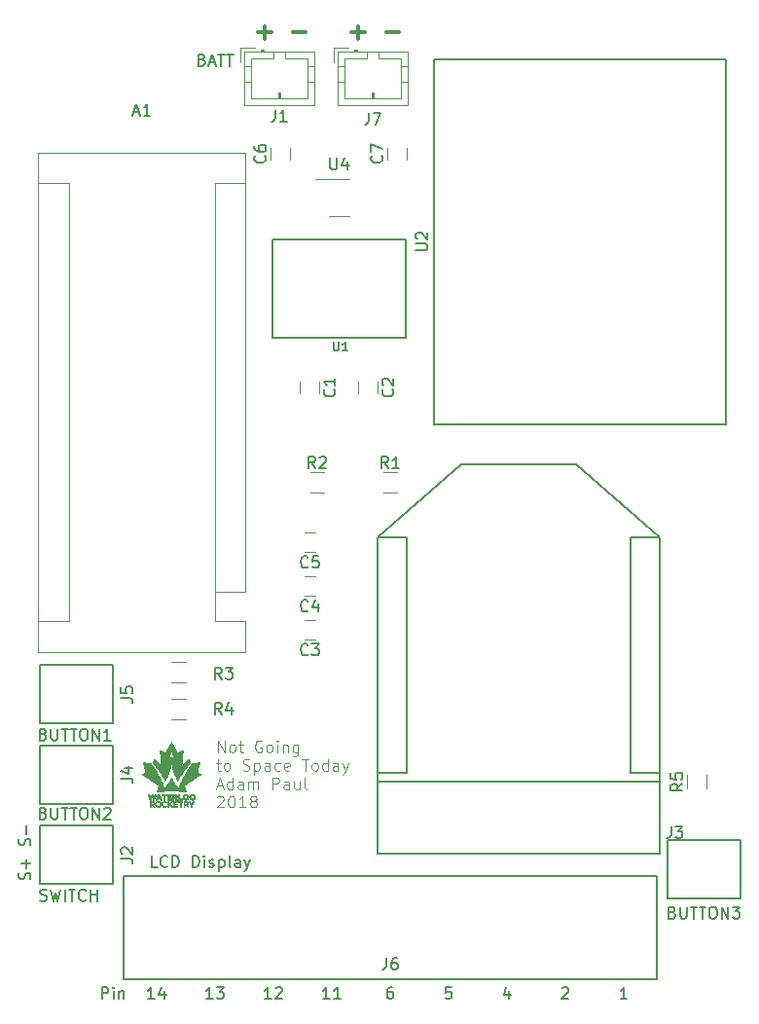
<source format=gbr>
G04 #@! TF.FileFunction,Legend,Top*
%FSLAX46Y46*%
G04 Gerber Fmt 4.6, Leading zero omitted, Abs format (unit mm)*
G04 Created by KiCad (PCBNEW 4.0.7) date 04/08/18 22:17:50*
%MOMM*%
%LPD*%
G01*
G04 APERTURE LIST*
%ADD10C,0.100000*%
%ADD11C,0.300000*%
%ADD12C,0.150000*%
%ADD13C,0.120000*%
%ADD14C,0.203200*%
%ADD15C,0.010000*%
%ADD16C,0.152400*%
G04 APERTURE END LIST*
D10*
D11*
X79970572Y-59289143D02*
X81113429Y-59289143D01*
X80542000Y-59860571D02*
X80542000Y-58717714D01*
X82970572Y-59289143D02*
X84113429Y-59289143D01*
X88098572Y-59289143D02*
X89241429Y-59289143D01*
X88670000Y-59860571D02*
X88670000Y-58717714D01*
X91098572Y-59289143D02*
X92241429Y-59289143D01*
D12*
X116006905Y-135818571D02*
X116149762Y-135866190D01*
X116197381Y-135913810D01*
X116245000Y-136009048D01*
X116245000Y-136151905D01*
X116197381Y-136247143D01*
X116149762Y-136294762D01*
X116054524Y-136342381D01*
X115673571Y-136342381D01*
X115673571Y-135342381D01*
X116006905Y-135342381D01*
X116102143Y-135390000D01*
X116149762Y-135437619D01*
X116197381Y-135532857D01*
X116197381Y-135628095D01*
X116149762Y-135723333D01*
X116102143Y-135770952D01*
X116006905Y-135818571D01*
X115673571Y-135818571D01*
X116673571Y-135342381D02*
X116673571Y-136151905D01*
X116721190Y-136247143D01*
X116768809Y-136294762D01*
X116864047Y-136342381D01*
X117054524Y-136342381D01*
X117149762Y-136294762D01*
X117197381Y-136247143D01*
X117245000Y-136151905D01*
X117245000Y-135342381D01*
X117578333Y-135342381D02*
X118149762Y-135342381D01*
X117864047Y-136342381D02*
X117864047Y-135342381D01*
X118340238Y-135342381D02*
X118911667Y-135342381D01*
X118625952Y-136342381D02*
X118625952Y-135342381D01*
X119435476Y-135342381D02*
X119625953Y-135342381D01*
X119721191Y-135390000D01*
X119816429Y-135485238D01*
X119864048Y-135675714D01*
X119864048Y-136009048D01*
X119816429Y-136199524D01*
X119721191Y-136294762D01*
X119625953Y-136342381D01*
X119435476Y-136342381D01*
X119340238Y-136294762D01*
X119245000Y-136199524D01*
X119197381Y-136009048D01*
X119197381Y-135675714D01*
X119245000Y-135485238D01*
X119340238Y-135390000D01*
X119435476Y-135342381D01*
X120292619Y-136342381D02*
X120292619Y-135342381D01*
X120864048Y-136342381D01*
X120864048Y-135342381D01*
X121245000Y-135342381D02*
X121864048Y-135342381D01*
X121530714Y-135723333D01*
X121673572Y-135723333D01*
X121768810Y-135770952D01*
X121816429Y-135818571D01*
X121864048Y-135913810D01*
X121864048Y-136151905D01*
X121816429Y-136247143D01*
X121768810Y-136294762D01*
X121673572Y-136342381D01*
X121387857Y-136342381D01*
X121292619Y-136294762D01*
X121245000Y-136247143D01*
X60094762Y-132936952D02*
X60142381Y-132794095D01*
X60142381Y-132555999D01*
X60094762Y-132460761D01*
X60047143Y-132413142D01*
X59951905Y-132365523D01*
X59856667Y-132365523D01*
X59761429Y-132413142D01*
X59713810Y-132460761D01*
X59666190Y-132555999D01*
X59618571Y-132746476D01*
X59570952Y-132841714D01*
X59523333Y-132889333D01*
X59428095Y-132936952D01*
X59332857Y-132936952D01*
X59237619Y-132889333D01*
X59190000Y-132841714D01*
X59142381Y-132746476D01*
X59142381Y-132508380D01*
X59190000Y-132365523D01*
X59761429Y-131936952D02*
X59761429Y-131175047D01*
X60142381Y-131555999D02*
X59380476Y-131555999D01*
X60094762Y-129984571D02*
X60142381Y-129841714D01*
X60142381Y-129603618D01*
X60094762Y-129508380D01*
X60047143Y-129460761D01*
X59951905Y-129413142D01*
X59856667Y-129413142D01*
X59761429Y-129460761D01*
X59713810Y-129508380D01*
X59666190Y-129603618D01*
X59618571Y-129794095D01*
X59570952Y-129889333D01*
X59523333Y-129936952D01*
X59428095Y-129984571D01*
X59332857Y-129984571D01*
X59237619Y-129936952D01*
X59190000Y-129889333D01*
X59142381Y-129794095D01*
X59142381Y-129555999D01*
X59190000Y-129413142D01*
X59761429Y-128984571D02*
X59761429Y-128222666D01*
X61000000Y-134770762D02*
X61142857Y-134818381D01*
X61380953Y-134818381D01*
X61476191Y-134770762D01*
X61523810Y-134723143D01*
X61571429Y-134627905D01*
X61571429Y-134532667D01*
X61523810Y-134437429D01*
X61476191Y-134389810D01*
X61380953Y-134342190D01*
X61190476Y-134294571D01*
X61095238Y-134246952D01*
X61047619Y-134199333D01*
X61000000Y-134104095D01*
X61000000Y-134008857D01*
X61047619Y-133913619D01*
X61095238Y-133866000D01*
X61190476Y-133818381D01*
X61428572Y-133818381D01*
X61571429Y-133866000D01*
X61904762Y-133818381D02*
X62142857Y-134818381D01*
X62333334Y-134104095D01*
X62523810Y-134818381D01*
X62761905Y-133818381D01*
X63142857Y-134818381D02*
X63142857Y-133818381D01*
X63476190Y-133818381D02*
X64047619Y-133818381D01*
X63761904Y-134818381D02*
X63761904Y-133818381D01*
X64952381Y-134723143D02*
X64904762Y-134770762D01*
X64761905Y-134818381D01*
X64666667Y-134818381D01*
X64523809Y-134770762D01*
X64428571Y-134675524D01*
X64380952Y-134580286D01*
X64333333Y-134389810D01*
X64333333Y-134246952D01*
X64380952Y-134056476D01*
X64428571Y-133961238D01*
X64523809Y-133866000D01*
X64666667Y-133818381D01*
X64761905Y-133818381D01*
X64904762Y-133866000D01*
X64952381Y-133913619D01*
X65380952Y-134818381D02*
X65380952Y-133818381D01*
X65380952Y-134294571D02*
X65952381Y-134294571D01*
X65952381Y-134818381D02*
X65952381Y-133818381D01*
X61269905Y-127182571D02*
X61412762Y-127230190D01*
X61460381Y-127277810D01*
X61508000Y-127373048D01*
X61508000Y-127515905D01*
X61460381Y-127611143D01*
X61412762Y-127658762D01*
X61317524Y-127706381D01*
X60936571Y-127706381D01*
X60936571Y-126706381D01*
X61269905Y-126706381D01*
X61365143Y-126754000D01*
X61412762Y-126801619D01*
X61460381Y-126896857D01*
X61460381Y-126992095D01*
X61412762Y-127087333D01*
X61365143Y-127134952D01*
X61269905Y-127182571D01*
X60936571Y-127182571D01*
X61936571Y-126706381D02*
X61936571Y-127515905D01*
X61984190Y-127611143D01*
X62031809Y-127658762D01*
X62127047Y-127706381D01*
X62317524Y-127706381D01*
X62412762Y-127658762D01*
X62460381Y-127611143D01*
X62508000Y-127515905D01*
X62508000Y-126706381D01*
X62841333Y-126706381D02*
X63412762Y-126706381D01*
X63127047Y-127706381D02*
X63127047Y-126706381D01*
X63603238Y-126706381D02*
X64174667Y-126706381D01*
X63888952Y-127706381D02*
X63888952Y-126706381D01*
X64698476Y-126706381D02*
X64888953Y-126706381D01*
X64984191Y-126754000D01*
X65079429Y-126849238D01*
X65127048Y-127039714D01*
X65127048Y-127373048D01*
X65079429Y-127563524D01*
X64984191Y-127658762D01*
X64888953Y-127706381D01*
X64698476Y-127706381D01*
X64603238Y-127658762D01*
X64508000Y-127563524D01*
X64460381Y-127373048D01*
X64460381Y-127039714D01*
X64508000Y-126849238D01*
X64603238Y-126754000D01*
X64698476Y-126706381D01*
X65555619Y-127706381D02*
X65555619Y-126706381D01*
X66127048Y-127706381D01*
X66127048Y-126706381D01*
X66555619Y-126801619D02*
X66603238Y-126754000D01*
X66698476Y-126706381D01*
X66936572Y-126706381D01*
X67031810Y-126754000D01*
X67079429Y-126801619D01*
X67127048Y-126896857D01*
X67127048Y-126992095D01*
X67079429Y-127134952D01*
X66508000Y-127706381D01*
X67127048Y-127706381D01*
X61269905Y-120324571D02*
X61412762Y-120372190D01*
X61460381Y-120419810D01*
X61508000Y-120515048D01*
X61508000Y-120657905D01*
X61460381Y-120753143D01*
X61412762Y-120800762D01*
X61317524Y-120848381D01*
X60936571Y-120848381D01*
X60936571Y-119848381D01*
X61269905Y-119848381D01*
X61365143Y-119896000D01*
X61412762Y-119943619D01*
X61460381Y-120038857D01*
X61460381Y-120134095D01*
X61412762Y-120229333D01*
X61365143Y-120276952D01*
X61269905Y-120324571D01*
X60936571Y-120324571D01*
X61936571Y-119848381D02*
X61936571Y-120657905D01*
X61984190Y-120753143D01*
X62031809Y-120800762D01*
X62127047Y-120848381D01*
X62317524Y-120848381D01*
X62412762Y-120800762D01*
X62460381Y-120753143D01*
X62508000Y-120657905D01*
X62508000Y-119848381D01*
X62841333Y-119848381D02*
X63412762Y-119848381D01*
X63127047Y-120848381D02*
X63127047Y-119848381D01*
X63603238Y-119848381D02*
X64174667Y-119848381D01*
X63888952Y-120848381D02*
X63888952Y-119848381D01*
X64698476Y-119848381D02*
X64888953Y-119848381D01*
X64984191Y-119896000D01*
X65079429Y-119991238D01*
X65127048Y-120181714D01*
X65127048Y-120515048D01*
X65079429Y-120705524D01*
X64984191Y-120800762D01*
X64888953Y-120848381D01*
X64698476Y-120848381D01*
X64603238Y-120800762D01*
X64508000Y-120705524D01*
X64460381Y-120515048D01*
X64460381Y-120181714D01*
X64508000Y-119991238D01*
X64603238Y-119896000D01*
X64698476Y-119848381D01*
X65555619Y-120848381D02*
X65555619Y-119848381D01*
X66127048Y-120848381D01*
X66127048Y-119848381D01*
X67127048Y-120848381D02*
X66555619Y-120848381D01*
X66841333Y-120848381D02*
X66841333Y-119848381D01*
X66746095Y-119991238D01*
X66650857Y-120086476D01*
X66555619Y-120134095D01*
X75080953Y-61650571D02*
X75223810Y-61698190D01*
X75271429Y-61745810D01*
X75319048Y-61841048D01*
X75319048Y-61983905D01*
X75271429Y-62079143D01*
X75223810Y-62126762D01*
X75128572Y-62174381D01*
X74747619Y-62174381D01*
X74747619Y-61174381D01*
X75080953Y-61174381D01*
X75176191Y-61222000D01*
X75223810Y-61269619D01*
X75271429Y-61364857D01*
X75271429Y-61460095D01*
X75223810Y-61555333D01*
X75176191Y-61602952D01*
X75080953Y-61650571D01*
X74747619Y-61650571D01*
X75700000Y-61888667D02*
X76176191Y-61888667D01*
X75604762Y-62174381D02*
X75938095Y-61174381D01*
X76271429Y-62174381D01*
X76461905Y-61174381D02*
X77033334Y-61174381D01*
X76747619Y-62174381D02*
X76747619Y-61174381D01*
X77223810Y-61174381D02*
X77795239Y-61174381D01*
X77509524Y-62174381D02*
X77509524Y-61174381D01*
X112045715Y-143327381D02*
X111474286Y-143327381D01*
X111760000Y-143327381D02*
X111760000Y-142327381D01*
X111664762Y-142470238D01*
X111569524Y-142565476D01*
X111474286Y-142613095D01*
X106394286Y-142422619D02*
X106441905Y-142375000D01*
X106537143Y-142327381D01*
X106775239Y-142327381D01*
X106870477Y-142375000D01*
X106918096Y-142422619D01*
X106965715Y-142517857D01*
X106965715Y-142613095D01*
X106918096Y-142755952D01*
X106346667Y-143327381D01*
X106965715Y-143327381D01*
X101790477Y-142660714D02*
X101790477Y-143327381D01*
X101552381Y-142279762D02*
X101314286Y-142994048D01*
X101933334Y-142994048D01*
X96758096Y-142327381D02*
X96281905Y-142327381D01*
X96234286Y-142803571D01*
X96281905Y-142755952D01*
X96377143Y-142708333D01*
X96615239Y-142708333D01*
X96710477Y-142755952D01*
X96758096Y-142803571D01*
X96805715Y-142898810D01*
X96805715Y-143136905D01*
X96758096Y-143232143D01*
X96710477Y-143279762D01*
X96615239Y-143327381D01*
X96377143Y-143327381D01*
X96281905Y-143279762D01*
X96234286Y-143232143D01*
X91630477Y-142327381D02*
X91440000Y-142327381D01*
X91344762Y-142375000D01*
X91297143Y-142422619D01*
X91201905Y-142565476D01*
X91154286Y-142755952D01*
X91154286Y-143136905D01*
X91201905Y-143232143D01*
X91249524Y-143279762D01*
X91344762Y-143327381D01*
X91535239Y-143327381D01*
X91630477Y-143279762D01*
X91678096Y-143232143D01*
X91725715Y-143136905D01*
X91725715Y-142898810D01*
X91678096Y-142803571D01*
X91630477Y-142755952D01*
X91535239Y-142708333D01*
X91344762Y-142708333D01*
X91249524Y-142755952D01*
X91201905Y-142803571D01*
X91154286Y-142898810D01*
X86169524Y-143327381D02*
X85598095Y-143327381D01*
X85883809Y-143327381D02*
X85883809Y-142327381D01*
X85788571Y-142470238D01*
X85693333Y-142565476D01*
X85598095Y-142613095D01*
X87121905Y-143327381D02*
X86550476Y-143327381D01*
X86836190Y-143327381D02*
X86836190Y-142327381D01*
X86740952Y-142470238D01*
X86645714Y-142565476D01*
X86550476Y-142613095D01*
X81089524Y-143327381D02*
X80518095Y-143327381D01*
X80803809Y-143327381D02*
X80803809Y-142327381D01*
X80708571Y-142470238D01*
X80613333Y-142565476D01*
X80518095Y-142613095D01*
X81470476Y-142422619D02*
X81518095Y-142375000D01*
X81613333Y-142327381D01*
X81851429Y-142327381D01*
X81946667Y-142375000D01*
X81994286Y-142422619D01*
X82041905Y-142517857D01*
X82041905Y-142613095D01*
X81994286Y-142755952D01*
X81422857Y-143327381D01*
X82041905Y-143327381D01*
X76009524Y-143327381D02*
X75438095Y-143327381D01*
X75723809Y-143327381D02*
X75723809Y-142327381D01*
X75628571Y-142470238D01*
X75533333Y-142565476D01*
X75438095Y-142613095D01*
X76342857Y-142327381D02*
X76961905Y-142327381D01*
X76628571Y-142708333D01*
X76771429Y-142708333D01*
X76866667Y-142755952D01*
X76914286Y-142803571D01*
X76961905Y-142898810D01*
X76961905Y-143136905D01*
X76914286Y-143232143D01*
X76866667Y-143279762D01*
X76771429Y-143327381D01*
X76485714Y-143327381D01*
X76390476Y-143279762D01*
X76342857Y-143232143D01*
X70929524Y-143327381D02*
X70358095Y-143327381D01*
X70643809Y-143327381D02*
X70643809Y-142327381D01*
X70548571Y-142470238D01*
X70453333Y-142565476D01*
X70358095Y-142613095D01*
X71786667Y-142660714D02*
X71786667Y-143327381D01*
X71548571Y-142279762D02*
X71310476Y-142994048D01*
X71929524Y-142994048D01*
X66357619Y-143327381D02*
X66357619Y-142327381D01*
X66738572Y-142327381D01*
X66833810Y-142375000D01*
X66881429Y-142422619D01*
X66929048Y-142517857D01*
X66929048Y-142660714D01*
X66881429Y-142755952D01*
X66833810Y-142803571D01*
X66738572Y-142851190D01*
X66357619Y-142851190D01*
X67357619Y-143327381D02*
X67357619Y-142660714D01*
X67357619Y-142327381D02*
X67310000Y-142375000D01*
X67357619Y-142422619D01*
X67405238Y-142375000D01*
X67357619Y-142327381D01*
X67357619Y-142422619D01*
X67833809Y-142660714D02*
X67833809Y-143327381D01*
X67833809Y-142755952D02*
X67881428Y-142708333D01*
X67976666Y-142660714D01*
X68119524Y-142660714D01*
X68214762Y-142708333D01*
X68262381Y-142803571D01*
X68262381Y-143327381D01*
X71168095Y-131897381D02*
X70691904Y-131897381D01*
X70691904Y-130897381D01*
X72072857Y-131802143D02*
X72025238Y-131849762D01*
X71882381Y-131897381D01*
X71787143Y-131897381D01*
X71644285Y-131849762D01*
X71549047Y-131754524D01*
X71501428Y-131659286D01*
X71453809Y-131468810D01*
X71453809Y-131325952D01*
X71501428Y-131135476D01*
X71549047Y-131040238D01*
X71644285Y-130945000D01*
X71787143Y-130897381D01*
X71882381Y-130897381D01*
X72025238Y-130945000D01*
X72072857Y-130992619D01*
X72501428Y-131897381D02*
X72501428Y-130897381D01*
X72739523Y-130897381D01*
X72882381Y-130945000D01*
X72977619Y-131040238D01*
X73025238Y-131135476D01*
X73072857Y-131325952D01*
X73072857Y-131468810D01*
X73025238Y-131659286D01*
X72977619Y-131754524D01*
X72882381Y-131849762D01*
X72739523Y-131897381D01*
X72501428Y-131897381D01*
X74263333Y-131897381D02*
X74263333Y-130897381D01*
X74501428Y-130897381D01*
X74644286Y-130945000D01*
X74739524Y-131040238D01*
X74787143Y-131135476D01*
X74834762Y-131325952D01*
X74834762Y-131468810D01*
X74787143Y-131659286D01*
X74739524Y-131754524D01*
X74644286Y-131849762D01*
X74501428Y-131897381D01*
X74263333Y-131897381D01*
X75263333Y-131897381D02*
X75263333Y-131230714D01*
X75263333Y-130897381D02*
X75215714Y-130945000D01*
X75263333Y-130992619D01*
X75310952Y-130945000D01*
X75263333Y-130897381D01*
X75263333Y-130992619D01*
X75691904Y-131849762D02*
X75787142Y-131897381D01*
X75977618Y-131897381D01*
X76072857Y-131849762D01*
X76120476Y-131754524D01*
X76120476Y-131706905D01*
X76072857Y-131611667D01*
X75977618Y-131564048D01*
X75834761Y-131564048D01*
X75739523Y-131516429D01*
X75691904Y-131421190D01*
X75691904Y-131373571D01*
X75739523Y-131278333D01*
X75834761Y-131230714D01*
X75977618Y-131230714D01*
X76072857Y-131278333D01*
X76549047Y-131230714D02*
X76549047Y-132230714D01*
X76549047Y-131278333D02*
X76644285Y-131230714D01*
X76834762Y-131230714D01*
X76930000Y-131278333D01*
X76977619Y-131325952D01*
X77025238Y-131421190D01*
X77025238Y-131706905D01*
X76977619Y-131802143D01*
X76930000Y-131849762D01*
X76834762Y-131897381D01*
X76644285Y-131897381D01*
X76549047Y-131849762D01*
X77596666Y-131897381D02*
X77501428Y-131849762D01*
X77453809Y-131754524D01*
X77453809Y-130897381D01*
X78406191Y-131897381D02*
X78406191Y-131373571D01*
X78358572Y-131278333D01*
X78263334Y-131230714D01*
X78072857Y-131230714D01*
X77977619Y-131278333D01*
X78406191Y-131849762D02*
X78310953Y-131897381D01*
X78072857Y-131897381D01*
X77977619Y-131849762D01*
X77930000Y-131754524D01*
X77930000Y-131659286D01*
X77977619Y-131564048D01*
X78072857Y-131516429D01*
X78310953Y-131516429D01*
X78406191Y-131468810D01*
X78787143Y-131230714D02*
X79025238Y-131897381D01*
X79263334Y-131230714D02*
X79025238Y-131897381D01*
X78930000Y-132135476D01*
X78882381Y-132183095D01*
X78787143Y-132230714D01*
D10*
X76438095Y-121877381D02*
X76438095Y-120877381D01*
X77009524Y-121877381D01*
X77009524Y-120877381D01*
X77628571Y-121877381D02*
X77533333Y-121829762D01*
X77485714Y-121782143D01*
X77438095Y-121686905D01*
X77438095Y-121401190D01*
X77485714Y-121305952D01*
X77533333Y-121258333D01*
X77628571Y-121210714D01*
X77771429Y-121210714D01*
X77866667Y-121258333D01*
X77914286Y-121305952D01*
X77961905Y-121401190D01*
X77961905Y-121686905D01*
X77914286Y-121782143D01*
X77866667Y-121829762D01*
X77771429Y-121877381D01*
X77628571Y-121877381D01*
X78247619Y-121210714D02*
X78628571Y-121210714D01*
X78390476Y-120877381D02*
X78390476Y-121734524D01*
X78438095Y-121829762D01*
X78533333Y-121877381D01*
X78628571Y-121877381D01*
X80247620Y-120925000D02*
X80152382Y-120877381D01*
X80009525Y-120877381D01*
X79866667Y-120925000D01*
X79771429Y-121020238D01*
X79723810Y-121115476D01*
X79676191Y-121305952D01*
X79676191Y-121448810D01*
X79723810Y-121639286D01*
X79771429Y-121734524D01*
X79866667Y-121829762D01*
X80009525Y-121877381D01*
X80104763Y-121877381D01*
X80247620Y-121829762D01*
X80295239Y-121782143D01*
X80295239Y-121448810D01*
X80104763Y-121448810D01*
X80866667Y-121877381D02*
X80771429Y-121829762D01*
X80723810Y-121782143D01*
X80676191Y-121686905D01*
X80676191Y-121401190D01*
X80723810Y-121305952D01*
X80771429Y-121258333D01*
X80866667Y-121210714D01*
X81009525Y-121210714D01*
X81104763Y-121258333D01*
X81152382Y-121305952D01*
X81200001Y-121401190D01*
X81200001Y-121686905D01*
X81152382Y-121782143D01*
X81104763Y-121829762D01*
X81009525Y-121877381D01*
X80866667Y-121877381D01*
X81628572Y-121877381D02*
X81628572Y-121210714D01*
X81628572Y-120877381D02*
X81580953Y-120925000D01*
X81628572Y-120972619D01*
X81676191Y-120925000D01*
X81628572Y-120877381D01*
X81628572Y-120972619D01*
X82104762Y-121210714D02*
X82104762Y-121877381D01*
X82104762Y-121305952D02*
X82152381Y-121258333D01*
X82247619Y-121210714D01*
X82390477Y-121210714D01*
X82485715Y-121258333D01*
X82533334Y-121353571D01*
X82533334Y-121877381D01*
X83438096Y-121210714D02*
X83438096Y-122020238D01*
X83390477Y-122115476D01*
X83342858Y-122163095D01*
X83247619Y-122210714D01*
X83104762Y-122210714D01*
X83009524Y-122163095D01*
X83438096Y-121829762D02*
X83342858Y-121877381D01*
X83152381Y-121877381D01*
X83057143Y-121829762D01*
X83009524Y-121782143D01*
X82961905Y-121686905D01*
X82961905Y-121401190D01*
X83009524Y-121305952D01*
X83057143Y-121258333D01*
X83152381Y-121210714D01*
X83342858Y-121210714D01*
X83438096Y-121258333D01*
X76295238Y-122810714D02*
X76676190Y-122810714D01*
X76438095Y-122477381D02*
X76438095Y-123334524D01*
X76485714Y-123429762D01*
X76580952Y-123477381D01*
X76676190Y-123477381D01*
X77152381Y-123477381D02*
X77057143Y-123429762D01*
X77009524Y-123382143D01*
X76961905Y-123286905D01*
X76961905Y-123001190D01*
X77009524Y-122905952D01*
X77057143Y-122858333D01*
X77152381Y-122810714D01*
X77295239Y-122810714D01*
X77390477Y-122858333D01*
X77438096Y-122905952D01*
X77485715Y-123001190D01*
X77485715Y-123286905D01*
X77438096Y-123382143D01*
X77390477Y-123429762D01*
X77295239Y-123477381D01*
X77152381Y-123477381D01*
X78628572Y-123429762D02*
X78771429Y-123477381D01*
X79009525Y-123477381D01*
X79104763Y-123429762D01*
X79152382Y-123382143D01*
X79200001Y-123286905D01*
X79200001Y-123191667D01*
X79152382Y-123096429D01*
X79104763Y-123048810D01*
X79009525Y-123001190D01*
X78819048Y-122953571D01*
X78723810Y-122905952D01*
X78676191Y-122858333D01*
X78628572Y-122763095D01*
X78628572Y-122667857D01*
X78676191Y-122572619D01*
X78723810Y-122525000D01*
X78819048Y-122477381D01*
X79057144Y-122477381D01*
X79200001Y-122525000D01*
X79628572Y-122810714D02*
X79628572Y-123810714D01*
X79628572Y-122858333D02*
X79723810Y-122810714D01*
X79914287Y-122810714D01*
X80009525Y-122858333D01*
X80057144Y-122905952D01*
X80104763Y-123001190D01*
X80104763Y-123286905D01*
X80057144Y-123382143D01*
X80009525Y-123429762D01*
X79914287Y-123477381D01*
X79723810Y-123477381D01*
X79628572Y-123429762D01*
X80961906Y-123477381D02*
X80961906Y-122953571D01*
X80914287Y-122858333D01*
X80819049Y-122810714D01*
X80628572Y-122810714D01*
X80533334Y-122858333D01*
X80961906Y-123429762D02*
X80866668Y-123477381D01*
X80628572Y-123477381D01*
X80533334Y-123429762D01*
X80485715Y-123334524D01*
X80485715Y-123239286D01*
X80533334Y-123144048D01*
X80628572Y-123096429D01*
X80866668Y-123096429D01*
X80961906Y-123048810D01*
X81866668Y-123429762D02*
X81771430Y-123477381D01*
X81580953Y-123477381D01*
X81485715Y-123429762D01*
X81438096Y-123382143D01*
X81390477Y-123286905D01*
X81390477Y-123001190D01*
X81438096Y-122905952D01*
X81485715Y-122858333D01*
X81580953Y-122810714D01*
X81771430Y-122810714D01*
X81866668Y-122858333D01*
X82676192Y-123429762D02*
X82580954Y-123477381D01*
X82390477Y-123477381D01*
X82295239Y-123429762D01*
X82247620Y-123334524D01*
X82247620Y-122953571D01*
X82295239Y-122858333D01*
X82390477Y-122810714D01*
X82580954Y-122810714D01*
X82676192Y-122858333D01*
X82723811Y-122953571D01*
X82723811Y-123048810D01*
X82247620Y-123144048D01*
X83771430Y-122477381D02*
X84342859Y-122477381D01*
X84057144Y-123477381D02*
X84057144Y-122477381D01*
X84819049Y-123477381D02*
X84723811Y-123429762D01*
X84676192Y-123382143D01*
X84628573Y-123286905D01*
X84628573Y-123001190D01*
X84676192Y-122905952D01*
X84723811Y-122858333D01*
X84819049Y-122810714D01*
X84961907Y-122810714D01*
X85057145Y-122858333D01*
X85104764Y-122905952D01*
X85152383Y-123001190D01*
X85152383Y-123286905D01*
X85104764Y-123382143D01*
X85057145Y-123429762D01*
X84961907Y-123477381D01*
X84819049Y-123477381D01*
X86009526Y-123477381D02*
X86009526Y-122477381D01*
X86009526Y-123429762D02*
X85914288Y-123477381D01*
X85723811Y-123477381D01*
X85628573Y-123429762D01*
X85580954Y-123382143D01*
X85533335Y-123286905D01*
X85533335Y-123001190D01*
X85580954Y-122905952D01*
X85628573Y-122858333D01*
X85723811Y-122810714D01*
X85914288Y-122810714D01*
X86009526Y-122858333D01*
X86914288Y-123477381D02*
X86914288Y-122953571D01*
X86866669Y-122858333D01*
X86771431Y-122810714D01*
X86580954Y-122810714D01*
X86485716Y-122858333D01*
X86914288Y-123429762D02*
X86819050Y-123477381D01*
X86580954Y-123477381D01*
X86485716Y-123429762D01*
X86438097Y-123334524D01*
X86438097Y-123239286D01*
X86485716Y-123144048D01*
X86580954Y-123096429D01*
X86819050Y-123096429D01*
X86914288Y-123048810D01*
X87295240Y-122810714D02*
X87533335Y-123477381D01*
X87771431Y-122810714D02*
X87533335Y-123477381D01*
X87438097Y-123715476D01*
X87390478Y-123763095D01*
X87295240Y-123810714D01*
X76390476Y-124791667D02*
X76866667Y-124791667D01*
X76295238Y-125077381D02*
X76628571Y-124077381D01*
X76961905Y-125077381D01*
X77723810Y-125077381D02*
X77723810Y-124077381D01*
X77723810Y-125029762D02*
X77628572Y-125077381D01*
X77438095Y-125077381D01*
X77342857Y-125029762D01*
X77295238Y-124982143D01*
X77247619Y-124886905D01*
X77247619Y-124601190D01*
X77295238Y-124505952D01*
X77342857Y-124458333D01*
X77438095Y-124410714D01*
X77628572Y-124410714D01*
X77723810Y-124458333D01*
X78628572Y-125077381D02*
X78628572Y-124553571D01*
X78580953Y-124458333D01*
X78485715Y-124410714D01*
X78295238Y-124410714D01*
X78200000Y-124458333D01*
X78628572Y-125029762D02*
X78533334Y-125077381D01*
X78295238Y-125077381D01*
X78200000Y-125029762D01*
X78152381Y-124934524D01*
X78152381Y-124839286D01*
X78200000Y-124744048D01*
X78295238Y-124696429D01*
X78533334Y-124696429D01*
X78628572Y-124648810D01*
X79104762Y-125077381D02*
X79104762Y-124410714D01*
X79104762Y-124505952D02*
X79152381Y-124458333D01*
X79247619Y-124410714D01*
X79390477Y-124410714D01*
X79485715Y-124458333D01*
X79533334Y-124553571D01*
X79533334Y-125077381D01*
X79533334Y-124553571D02*
X79580953Y-124458333D01*
X79676191Y-124410714D01*
X79819048Y-124410714D01*
X79914286Y-124458333D01*
X79961905Y-124553571D01*
X79961905Y-125077381D01*
X81200000Y-125077381D02*
X81200000Y-124077381D01*
X81580953Y-124077381D01*
X81676191Y-124125000D01*
X81723810Y-124172619D01*
X81771429Y-124267857D01*
X81771429Y-124410714D01*
X81723810Y-124505952D01*
X81676191Y-124553571D01*
X81580953Y-124601190D01*
X81200000Y-124601190D01*
X82628572Y-125077381D02*
X82628572Y-124553571D01*
X82580953Y-124458333D01*
X82485715Y-124410714D01*
X82295238Y-124410714D01*
X82200000Y-124458333D01*
X82628572Y-125029762D02*
X82533334Y-125077381D01*
X82295238Y-125077381D01*
X82200000Y-125029762D01*
X82152381Y-124934524D01*
X82152381Y-124839286D01*
X82200000Y-124744048D01*
X82295238Y-124696429D01*
X82533334Y-124696429D01*
X82628572Y-124648810D01*
X83533334Y-124410714D02*
X83533334Y-125077381D01*
X83104762Y-124410714D02*
X83104762Y-124934524D01*
X83152381Y-125029762D01*
X83247619Y-125077381D01*
X83390477Y-125077381D01*
X83485715Y-125029762D01*
X83533334Y-124982143D01*
X84152381Y-125077381D02*
X84057143Y-125029762D01*
X84009524Y-124934524D01*
X84009524Y-124077381D01*
X76390476Y-125772619D02*
X76438095Y-125725000D01*
X76533333Y-125677381D01*
X76771429Y-125677381D01*
X76866667Y-125725000D01*
X76914286Y-125772619D01*
X76961905Y-125867857D01*
X76961905Y-125963095D01*
X76914286Y-126105952D01*
X76342857Y-126677381D01*
X76961905Y-126677381D01*
X77580952Y-125677381D02*
X77676191Y-125677381D01*
X77771429Y-125725000D01*
X77819048Y-125772619D01*
X77866667Y-125867857D01*
X77914286Y-126058333D01*
X77914286Y-126296429D01*
X77866667Y-126486905D01*
X77819048Y-126582143D01*
X77771429Y-126629762D01*
X77676191Y-126677381D01*
X77580952Y-126677381D01*
X77485714Y-126629762D01*
X77438095Y-126582143D01*
X77390476Y-126486905D01*
X77342857Y-126296429D01*
X77342857Y-126058333D01*
X77390476Y-125867857D01*
X77438095Y-125772619D01*
X77485714Y-125725000D01*
X77580952Y-125677381D01*
X78866667Y-126677381D02*
X78295238Y-126677381D01*
X78580952Y-126677381D02*
X78580952Y-125677381D01*
X78485714Y-125820238D01*
X78390476Y-125915476D01*
X78295238Y-125963095D01*
X79438095Y-126105952D02*
X79342857Y-126058333D01*
X79295238Y-126010714D01*
X79247619Y-125915476D01*
X79247619Y-125867857D01*
X79295238Y-125772619D01*
X79342857Y-125725000D01*
X79438095Y-125677381D01*
X79628572Y-125677381D01*
X79723810Y-125725000D01*
X79771429Y-125772619D01*
X79819048Y-125867857D01*
X79819048Y-125915476D01*
X79771429Y-126010714D01*
X79723810Y-126058333D01*
X79628572Y-126105952D01*
X79438095Y-126105952D01*
X79342857Y-126153571D01*
X79295238Y-126201190D01*
X79247619Y-126296429D01*
X79247619Y-126486905D01*
X79295238Y-126582143D01*
X79342857Y-126629762D01*
X79438095Y-126677381D01*
X79628572Y-126677381D01*
X79723810Y-126629762D01*
X79771429Y-126582143D01*
X79819048Y-126486905D01*
X79819048Y-126296429D01*
X79771429Y-126201190D01*
X79723810Y-126153571D01*
X79628572Y-126105952D01*
D12*
X68250000Y-141660000D02*
X114630000Y-141660000D01*
X68250000Y-132660000D02*
X114630000Y-132660000D01*
X68250000Y-132660000D02*
X68250000Y-141660000D01*
X114630000Y-132660000D02*
X114630000Y-141660000D01*
D13*
X76200000Y-107950000D02*
X76200000Y-110490000D01*
X76200000Y-110490000D02*
X78870000Y-110490000D01*
X78870000Y-107950000D02*
X78870000Y-69720000D01*
X78870000Y-113160000D02*
X78870000Y-110490000D01*
X63500000Y-110490000D02*
X60830000Y-110490000D01*
X63500000Y-110490000D02*
X63500000Y-72390000D01*
X63500000Y-72390000D02*
X60830000Y-72390000D01*
X76200000Y-107950000D02*
X78870000Y-107950000D01*
X76200000Y-107950000D02*
X76200000Y-72390000D01*
X76200000Y-72390000D02*
X78870000Y-72390000D01*
X78870000Y-69720000D02*
X60830000Y-69720000D01*
X60830000Y-69720000D02*
X60830000Y-113160000D01*
X60830000Y-113160000D02*
X78870000Y-113160000D01*
X85305000Y-90670000D02*
X85305000Y-89670000D01*
X83605000Y-89670000D02*
X83605000Y-90670000D01*
X90385000Y-90670000D02*
X90385000Y-89670000D01*
X88685000Y-89670000D02*
X88685000Y-90670000D01*
X83955000Y-112102000D02*
X84955000Y-112102000D01*
X84955000Y-110402000D02*
X83955000Y-110402000D01*
X83955000Y-108292000D02*
X84955000Y-108292000D01*
X84955000Y-106592000D02*
X83955000Y-106592000D01*
X83955000Y-104482000D02*
X84955000Y-104482000D01*
X84955000Y-102782000D02*
X83955000Y-102782000D01*
X81065000Y-69350000D02*
X81065000Y-70350000D01*
X82765000Y-70350000D02*
X82765000Y-69350000D01*
X91225000Y-69350000D02*
X91225000Y-70350000D01*
X92925000Y-70350000D02*
X92925000Y-69350000D01*
D12*
X60960000Y-133350000D02*
X67310000Y-133350000D01*
X67310000Y-133350000D02*
X67310000Y-128270000D01*
X67310000Y-128270000D02*
X60960000Y-128270000D01*
X60960000Y-133275000D02*
X60960000Y-128345000D01*
X121920000Y-129540000D02*
X115570000Y-129540000D01*
X115570000Y-129540000D02*
X115570000Y-134620000D01*
X115570000Y-134620000D02*
X121920000Y-134620000D01*
X121920000Y-129615000D02*
X121920000Y-134545000D01*
X60960000Y-126365000D02*
X67310000Y-126365000D01*
X67310000Y-126365000D02*
X67310000Y-121285000D01*
X67310000Y-121285000D02*
X60960000Y-121285000D01*
X60960000Y-126290000D02*
X60960000Y-121360000D01*
X60960000Y-119380000D02*
X67310000Y-119380000D01*
X67310000Y-119380000D02*
X67310000Y-114300000D01*
X67310000Y-114300000D02*
X60960000Y-114300000D01*
X60960000Y-119305000D02*
X60960000Y-114375000D01*
D13*
X92040000Y-99305000D02*
X90840000Y-99305000D01*
X90840000Y-97545000D02*
X92040000Y-97545000D01*
X85690000Y-99305000D02*
X84490000Y-99305000D01*
X84490000Y-97545000D02*
X85690000Y-97545000D01*
X73625000Y-115815000D02*
X72425000Y-115815000D01*
X72425000Y-114055000D02*
X73625000Y-114055000D01*
X73625000Y-118990000D02*
X72425000Y-118990000D01*
X72425000Y-117230000D02*
X73625000Y-117230000D01*
X118990000Y-123860000D02*
X118990000Y-125060000D01*
X117230000Y-125060000D02*
X117230000Y-123860000D01*
D12*
X120650000Y-93345000D02*
X95250000Y-93345000D01*
X120650000Y-61595000D02*
X95250000Y-61595000D01*
X120650000Y-61595000D02*
X120650000Y-93345000D01*
X95250000Y-61595000D02*
X95250000Y-93345000D01*
D14*
X92795000Y-85820000D02*
X81195000Y-85820000D01*
X81195000Y-77320000D02*
X92795000Y-77320000D01*
X92795000Y-85820000D02*
X92795000Y-77320000D01*
X81195000Y-85820000D02*
X81195000Y-77320000D01*
D15*
G36*
X71269483Y-126145705D02*
X71317615Y-126157425D01*
X71360790Y-126177407D01*
X71398351Y-126204709D01*
X71429643Y-126238386D01*
X71454009Y-126277497D01*
X71470792Y-126321099D01*
X71479337Y-126368248D01*
X71478985Y-126418002D01*
X71475606Y-126441776D01*
X71464014Y-126480915D01*
X71444679Y-126519600D01*
X71419305Y-126555442D01*
X71389596Y-126586054D01*
X71357255Y-126609047D01*
X71355621Y-126609942D01*
X71315445Y-126626535D01*
X71270560Y-126636375D01*
X71224156Y-126639103D01*
X71179419Y-126634360D01*
X71166251Y-126631280D01*
X71122252Y-126614519D01*
X71083705Y-126590046D01*
X71051094Y-126559012D01*
X71024906Y-126522571D01*
X71005627Y-126481874D01*
X70993743Y-126438073D01*
X70989739Y-126392320D01*
X70989918Y-126390400D01*
X71051428Y-126390400D01*
X71051715Y-126415749D01*
X71052922Y-126434037D01*
X71055567Y-126448356D01*
X71060165Y-126461797D01*
X71065312Y-126473386D01*
X71085593Y-126509622D01*
X71109072Y-126537649D01*
X71134152Y-126557342D01*
X71172288Y-126575972D01*
X71213356Y-126585491D01*
X71255528Y-126585768D01*
X71296978Y-126576668D01*
X71312930Y-126570380D01*
X71345131Y-126550812D01*
X71373946Y-126523348D01*
X71397233Y-126490173D01*
X71403565Y-126477867D01*
X71409733Y-126463659D01*
X71413711Y-126450748D01*
X71415966Y-126436218D01*
X71416966Y-126417151D01*
X71417180Y-126392940D01*
X71416940Y-126367236D01*
X71415888Y-126348692D01*
X71413523Y-126334311D01*
X71409347Y-126321097D01*
X71402857Y-126306053D01*
X71402579Y-126305450D01*
X71384717Y-126275866D01*
X71360244Y-126247840D01*
X71332150Y-126224397D01*
X71309233Y-126211046D01*
X71295281Y-126205532D01*
X71280519Y-126202137D01*
X71261911Y-126200411D01*
X71236418Y-126199901D01*
X71234300Y-126199900D01*
X71209626Y-126200209D01*
X71191916Y-126201515D01*
X71177981Y-126204379D01*
X71164633Y-126209366D01*
X71154927Y-126213931D01*
X71125059Y-126233254D01*
X71097267Y-126259855D01*
X71074282Y-126290874D01*
X71065038Y-126308012D01*
X71058713Y-126322662D01*
X71054699Y-126336011D01*
X71052487Y-126351131D01*
X71051571Y-126371097D01*
X71051428Y-126390400D01*
X70989918Y-126390400D01*
X70994101Y-126345767D01*
X71007316Y-126299567D01*
X71017081Y-126277582D01*
X71043177Y-126236286D01*
X71076165Y-126201749D01*
X71114832Y-126174605D01*
X71157965Y-126155487D01*
X71204351Y-126145031D01*
X71252775Y-126143871D01*
X71269483Y-126145705D01*
X71269483Y-126145705D01*
G37*
X71269483Y-126145705D02*
X71317615Y-126157425D01*
X71360790Y-126177407D01*
X71398351Y-126204709D01*
X71429643Y-126238386D01*
X71454009Y-126277497D01*
X71470792Y-126321099D01*
X71479337Y-126368248D01*
X71478985Y-126418002D01*
X71475606Y-126441776D01*
X71464014Y-126480915D01*
X71444679Y-126519600D01*
X71419305Y-126555442D01*
X71389596Y-126586054D01*
X71357255Y-126609047D01*
X71355621Y-126609942D01*
X71315445Y-126626535D01*
X71270560Y-126636375D01*
X71224156Y-126639103D01*
X71179419Y-126634360D01*
X71166251Y-126631280D01*
X71122252Y-126614519D01*
X71083705Y-126590046D01*
X71051094Y-126559012D01*
X71024906Y-126522571D01*
X71005627Y-126481874D01*
X70993743Y-126438073D01*
X70989739Y-126392320D01*
X70989918Y-126390400D01*
X71051428Y-126390400D01*
X71051715Y-126415749D01*
X71052922Y-126434037D01*
X71055567Y-126448356D01*
X71060165Y-126461797D01*
X71065312Y-126473386D01*
X71085593Y-126509622D01*
X71109072Y-126537649D01*
X71134152Y-126557342D01*
X71172288Y-126575972D01*
X71213356Y-126585491D01*
X71255528Y-126585768D01*
X71296978Y-126576668D01*
X71312930Y-126570380D01*
X71345131Y-126550812D01*
X71373946Y-126523348D01*
X71397233Y-126490173D01*
X71403565Y-126477867D01*
X71409733Y-126463659D01*
X71413711Y-126450748D01*
X71415966Y-126436218D01*
X71416966Y-126417151D01*
X71417180Y-126392940D01*
X71416940Y-126367236D01*
X71415888Y-126348692D01*
X71413523Y-126334311D01*
X71409347Y-126321097D01*
X71402857Y-126306053D01*
X71402579Y-126305450D01*
X71384717Y-126275866D01*
X71360244Y-126247840D01*
X71332150Y-126224397D01*
X71309233Y-126211046D01*
X71295281Y-126205532D01*
X71280519Y-126202137D01*
X71261911Y-126200411D01*
X71236418Y-126199901D01*
X71234300Y-126199900D01*
X71209626Y-126200209D01*
X71191916Y-126201515D01*
X71177981Y-126204379D01*
X71164633Y-126209366D01*
X71154927Y-126213931D01*
X71125059Y-126233254D01*
X71097267Y-126259855D01*
X71074282Y-126290874D01*
X71065038Y-126308012D01*
X71058713Y-126322662D01*
X71054699Y-126336011D01*
X71052487Y-126351131D01*
X71051571Y-126371097D01*
X71051428Y-126390400D01*
X70989918Y-126390400D01*
X70994101Y-126345767D01*
X71007316Y-126299567D01*
X71017081Y-126277582D01*
X71043177Y-126236286D01*
X71076165Y-126201749D01*
X71114832Y-126174605D01*
X71157965Y-126155487D01*
X71204351Y-126145031D01*
X71252775Y-126143871D01*
X71269483Y-126145705D01*
G36*
X71838697Y-126146833D02*
X71882559Y-126158926D01*
X71923489Y-126179265D01*
X71953609Y-126201980D01*
X71975980Y-126222066D01*
X71957269Y-126241038D01*
X71946122Y-126251902D01*
X71939061Y-126256423D01*
X71933153Y-126255599D01*
X71926789Y-126251401D01*
X71894044Y-126228936D01*
X71865614Y-126213221D01*
X71839067Y-126203407D01*
X71811973Y-126198646D01*
X71781902Y-126198089D01*
X71775047Y-126198422D01*
X71734855Y-126204526D01*
X71700176Y-126218415D01*
X71669030Y-126241033D01*
X71654063Y-126256021D01*
X71632103Y-126283861D01*
X71617385Y-126312481D01*
X71608950Y-126344546D01*
X71605841Y-126382723D01*
X71605772Y-126390400D01*
X71608284Y-126431255D01*
X71616399Y-126465919D01*
X71630986Y-126497188D01*
X71645623Y-126518699D01*
X71672253Y-126545642D01*
X71705431Y-126566687D01*
X71742818Y-126580856D01*
X71782073Y-126587172D01*
X71808095Y-126586541D01*
X71840742Y-126579483D01*
X71874770Y-126565985D01*
X71905825Y-126547996D01*
X71921142Y-126535928D01*
X71941251Y-126517761D01*
X71960163Y-126537130D01*
X71979076Y-126556498D01*
X71959923Y-126573315D01*
X71919507Y-126603553D01*
X71877458Y-126624216D01*
X71832234Y-126635888D01*
X71786214Y-126639188D01*
X71753604Y-126637632D01*
X71725698Y-126632670D01*
X71708120Y-126627409D01*
X71664738Y-126607633D01*
X71627458Y-126580656D01*
X71596622Y-126547646D01*
X71572571Y-126509769D01*
X71555646Y-126468193D01*
X71546189Y-126424086D01*
X71544541Y-126378616D01*
X71551044Y-126332949D01*
X71566039Y-126288254D01*
X71589867Y-126245698D01*
X71594581Y-126239086D01*
X71625799Y-126204834D01*
X71662724Y-126177934D01*
X71703916Y-126158535D01*
X71747936Y-126146786D01*
X71793343Y-126142836D01*
X71838697Y-126146833D01*
X71838697Y-126146833D01*
G37*
X71838697Y-126146833D02*
X71882559Y-126158926D01*
X71923489Y-126179265D01*
X71953609Y-126201980D01*
X71975980Y-126222066D01*
X71957269Y-126241038D01*
X71946122Y-126251902D01*
X71939061Y-126256423D01*
X71933153Y-126255599D01*
X71926789Y-126251401D01*
X71894044Y-126228936D01*
X71865614Y-126213221D01*
X71839067Y-126203407D01*
X71811973Y-126198646D01*
X71781902Y-126198089D01*
X71775047Y-126198422D01*
X71734855Y-126204526D01*
X71700176Y-126218415D01*
X71669030Y-126241033D01*
X71654063Y-126256021D01*
X71632103Y-126283861D01*
X71617385Y-126312481D01*
X71608950Y-126344546D01*
X71605841Y-126382723D01*
X71605772Y-126390400D01*
X71608284Y-126431255D01*
X71616399Y-126465919D01*
X71630986Y-126497188D01*
X71645623Y-126518699D01*
X71672253Y-126545642D01*
X71705431Y-126566687D01*
X71742818Y-126580856D01*
X71782073Y-126587172D01*
X71808095Y-126586541D01*
X71840742Y-126579483D01*
X71874770Y-126565985D01*
X71905825Y-126547996D01*
X71921142Y-126535928D01*
X71941251Y-126517761D01*
X71960163Y-126537130D01*
X71979076Y-126556498D01*
X71959923Y-126573315D01*
X71919507Y-126603553D01*
X71877458Y-126624216D01*
X71832234Y-126635888D01*
X71786214Y-126639188D01*
X71753604Y-126637632D01*
X71725698Y-126632670D01*
X71708120Y-126627409D01*
X71664738Y-126607633D01*
X71627458Y-126580656D01*
X71596622Y-126547646D01*
X71572571Y-126509769D01*
X71555646Y-126468193D01*
X71546189Y-126424086D01*
X71544541Y-126378616D01*
X71551044Y-126332949D01*
X71566039Y-126288254D01*
X71589867Y-126245698D01*
X71594581Y-126239086D01*
X71625799Y-126204834D01*
X71662724Y-126177934D01*
X71703916Y-126158535D01*
X71747936Y-126146786D01*
X71793343Y-126142836D01*
X71838697Y-126146833D01*
G36*
X70689494Y-126151722D02*
X70720811Y-126152036D01*
X70745062Y-126152682D01*
X70763795Y-126153760D01*
X70778555Y-126155370D01*
X70790891Y-126157611D01*
X70802348Y-126160584D01*
X70806300Y-126161774D01*
X70842374Y-126177510D01*
X70870984Y-126199822D01*
X70891674Y-126228109D01*
X70903989Y-126261767D01*
X70907536Y-126295474D01*
X70902913Y-126333243D01*
X70889442Y-126366468D01*
X70867724Y-126394343D01*
X70838358Y-126416064D01*
X70808025Y-126429027D01*
X70780717Y-126437635D01*
X70850413Y-126529587D01*
X70870649Y-126556346D01*
X70888906Y-126580605D01*
X70904258Y-126601122D01*
X70915776Y-126616655D01*
X70922533Y-126625962D01*
X70923834Y-126627890D01*
X70923409Y-126631362D01*
X70916129Y-126633313D01*
X70900605Y-126634016D01*
X70892969Y-126634019D01*
X70858380Y-126633799D01*
X70788483Y-126540039D01*
X70718586Y-126446280D01*
X70586829Y-126446280D01*
X70585444Y-126538990D01*
X70584060Y-126631700D01*
X70558464Y-126633198D01*
X70543070Y-126633397D01*
X70532125Y-126632246D01*
X70529254Y-126631081D01*
X70528523Y-126625419D01*
X70527841Y-126610610D01*
X70527223Y-126587670D01*
X70526686Y-126557612D01*
X70526244Y-126521451D01*
X70525912Y-126480199D01*
X70525706Y-126434872D01*
X70525650Y-126396286D01*
X70586600Y-126396286D01*
X70679310Y-126394613D01*
X70712748Y-126393918D01*
X70737804Y-126393073D01*
X70756253Y-126391874D01*
X70769873Y-126390111D01*
X70780439Y-126387579D01*
X70789728Y-126384071D01*
X70796288Y-126380989D01*
X70821512Y-126363797D01*
X70838994Y-126342023D01*
X70848762Y-126317378D01*
X70850844Y-126291569D01*
X70845269Y-126266308D01*
X70832064Y-126243303D01*
X70811258Y-126224264D01*
X70793545Y-126214772D01*
X70783235Y-126211285D01*
X70770046Y-126208623D01*
X70752344Y-126206626D01*
X70728498Y-126205134D01*
X70696874Y-126203985D01*
X70679310Y-126203529D01*
X70586600Y-126201326D01*
X70586600Y-126396286D01*
X70525650Y-126396286D01*
X70525640Y-126389553D01*
X70525640Y-126151640D01*
X70649564Y-126151640D01*
X70689494Y-126151722D01*
X70689494Y-126151722D01*
G37*
X70689494Y-126151722D02*
X70720811Y-126152036D01*
X70745062Y-126152682D01*
X70763795Y-126153760D01*
X70778555Y-126155370D01*
X70790891Y-126157611D01*
X70802348Y-126160584D01*
X70806300Y-126161774D01*
X70842374Y-126177510D01*
X70870984Y-126199822D01*
X70891674Y-126228109D01*
X70903989Y-126261767D01*
X70907536Y-126295474D01*
X70902913Y-126333243D01*
X70889442Y-126366468D01*
X70867724Y-126394343D01*
X70838358Y-126416064D01*
X70808025Y-126429027D01*
X70780717Y-126437635D01*
X70850413Y-126529587D01*
X70870649Y-126556346D01*
X70888906Y-126580605D01*
X70904258Y-126601122D01*
X70915776Y-126616655D01*
X70922533Y-126625962D01*
X70923834Y-126627890D01*
X70923409Y-126631362D01*
X70916129Y-126633313D01*
X70900605Y-126634016D01*
X70892969Y-126634019D01*
X70858380Y-126633799D01*
X70788483Y-126540039D01*
X70718586Y-126446280D01*
X70586829Y-126446280D01*
X70585444Y-126538990D01*
X70584060Y-126631700D01*
X70558464Y-126633198D01*
X70543070Y-126633397D01*
X70532125Y-126632246D01*
X70529254Y-126631081D01*
X70528523Y-126625419D01*
X70527841Y-126610610D01*
X70527223Y-126587670D01*
X70526686Y-126557612D01*
X70526244Y-126521451D01*
X70525912Y-126480199D01*
X70525706Y-126434872D01*
X70525650Y-126396286D01*
X70586600Y-126396286D01*
X70679310Y-126394613D01*
X70712748Y-126393918D01*
X70737804Y-126393073D01*
X70756253Y-126391874D01*
X70769873Y-126390111D01*
X70780439Y-126387579D01*
X70789728Y-126384071D01*
X70796288Y-126380989D01*
X70821512Y-126363797D01*
X70838994Y-126342023D01*
X70848762Y-126317378D01*
X70850844Y-126291569D01*
X70845269Y-126266308D01*
X70832064Y-126243303D01*
X70811258Y-126224264D01*
X70793545Y-126214772D01*
X70783235Y-126211285D01*
X70770046Y-126208623D01*
X70752344Y-126206626D01*
X70728498Y-126205134D01*
X70696874Y-126203985D01*
X70679310Y-126203529D01*
X70586600Y-126201326D01*
X70586600Y-126396286D01*
X70525650Y-126396286D01*
X70525640Y-126389553D01*
X70525640Y-126151640D01*
X70649564Y-126151640D01*
X70689494Y-126151722D01*
G36*
X72395011Y-126231472D02*
X72370276Y-126256690D01*
X72346375Y-126281150D01*
X72324784Y-126303335D01*
X72306976Y-126321729D01*
X72294425Y-126334818D01*
X72292107Y-126337268D01*
X72268012Y-126362877D01*
X72372126Y-126493867D01*
X72397235Y-126525488D01*
X72420341Y-126554645D01*
X72440676Y-126580365D01*
X72457474Y-126601678D01*
X72469970Y-126617610D01*
X72477397Y-126627192D01*
X72479139Y-126629548D01*
X72476050Y-126631954D01*
X72464761Y-126633613D01*
X72447225Y-126634239D01*
X72446997Y-126634240D01*
X72411954Y-126634240D01*
X72321476Y-126519940D01*
X72298184Y-126490648D01*
X72276897Y-126464132D01*
X72258433Y-126441392D01*
X72243613Y-126423427D01*
X72233254Y-126411237D01*
X72228176Y-126405822D01*
X72227853Y-126405640D01*
X72223318Y-126409045D01*
X72213054Y-126418388D01*
X72198449Y-126432357D01*
X72180894Y-126449640D01*
X72175274Y-126455260D01*
X72125840Y-126504881D01*
X72125840Y-126634240D01*
X72069960Y-126634240D01*
X72069960Y-126151640D01*
X72125679Y-126151640D01*
X72127029Y-126292181D01*
X72128380Y-126432722D01*
X72262922Y-126293451D01*
X72397465Y-126154180D01*
X72435642Y-126152732D01*
X72473820Y-126151284D01*
X72395011Y-126231472D01*
X72395011Y-126231472D01*
G37*
X72395011Y-126231472D02*
X72370276Y-126256690D01*
X72346375Y-126281150D01*
X72324784Y-126303335D01*
X72306976Y-126321729D01*
X72294425Y-126334818D01*
X72292107Y-126337268D01*
X72268012Y-126362877D01*
X72372126Y-126493867D01*
X72397235Y-126525488D01*
X72420341Y-126554645D01*
X72440676Y-126580365D01*
X72457474Y-126601678D01*
X72469970Y-126617610D01*
X72477397Y-126627192D01*
X72479139Y-126629548D01*
X72476050Y-126631954D01*
X72464761Y-126633613D01*
X72447225Y-126634239D01*
X72446997Y-126634240D01*
X72411954Y-126634240D01*
X72321476Y-126519940D01*
X72298184Y-126490648D01*
X72276897Y-126464132D01*
X72258433Y-126441392D01*
X72243613Y-126423427D01*
X72233254Y-126411237D01*
X72228176Y-126405822D01*
X72227853Y-126405640D01*
X72223318Y-126409045D01*
X72213054Y-126418388D01*
X72198449Y-126432357D01*
X72180894Y-126449640D01*
X72175274Y-126455260D01*
X72125840Y-126504881D01*
X72125840Y-126634240D01*
X72069960Y-126634240D01*
X72069960Y-126151640D01*
X72125679Y-126151640D01*
X72127029Y-126292181D01*
X72128380Y-126432722D01*
X72262922Y-126293451D01*
X72397465Y-126154180D01*
X72435642Y-126152732D01*
X72473820Y-126151284D01*
X72395011Y-126231472D01*
G36*
X72913240Y-126202440D02*
X72618600Y-126202440D01*
X72618600Y-126365000D01*
X72883316Y-126365000D01*
X72880220Y-126413260D01*
X72749410Y-126414615D01*
X72618600Y-126415971D01*
X72618600Y-126578360D01*
X72913240Y-126578360D01*
X72913240Y-126634240D01*
X72562720Y-126634240D01*
X72562720Y-126151640D01*
X72913240Y-126151640D01*
X72913240Y-126202440D01*
X72913240Y-126202440D01*
G37*
X72913240Y-126202440D02*
X72618600Y-126202440D01*
X72618600Y-126365000D01*
X72883316Y-126365000D01*
X72880220Y-126413260D01*
X72749410Y-126414615D01*
X72618600Y-126415971D01*
X72618600Y-126578360D01*
X72913240Y-126578360D01*
X72913240Y-126634240D01*
X72562720Y-126634240D01*
X72562720Y-126151640D01*
X72913240Y-126151640D01*
X72913240Y-126202440D01*
G36*
X73365360Y-126202440D02*
X73202800Y-126202440D01*
X73202800Y-126634240D01*
X73146920Y-126634240D01*
X73146920Y-126202440D01*
X72984360Y-126202440D01*
X72984360Y-126151640D01*
X73365360Y-126151640D01*
X73365360Y-126202440D01*
X73365360Y-126202440D01*
G37*
X73365360Y-126202440D02*
X73202800Y-126202440D01*
X73202800Y-126634240D01*
X73146920Y-126634240D01*
X73146920Y-126202440D01*
X72984360Y-126202440D01*
X72984360Y-126151640D01*
X73365360Y-126151640D01*
X73365360Y-126202440D01*
G36*
X73633112Y-126151906D02*
X73671619Y-126152877D01*
X73702676Y-126154811D01*
X73727632Y-126157966D01*
X73747839Y-126162599D01*
X73764646Y-126168970D01*
X73779403Y-126177337D01*
X73793460Y-126187957D01*
X73798529Y-126192311D01*
X73821957Y-126217578D01*
X73836552Y-126245266D01*
X73843318Y-126277619D01*
X73844075Y-126294133D01*
X73839669Y-126331948D01*
X73826382Y-126365353D01*
X73804857Y-126393477D01*
X73775735Y-126415449D01*
X73744612Y-126428918D01*
X73717650Y-126437417D01*
X73790425Y-126533988D01*
X73810814Y-126561118D01*
X73828999Y-126585457D01*
X73844136Y-126605864D01*
X73855384Y-126621201D01*
X73861900Y-126630329D01*
X73863200Y-126632399D01*
X73858557Y-126633291D01*
X73846372Y-126633873D01*
X73829264Y-126634022D01*
X73828910Y-126634019D01*
X73794620Y-126633799D01*
X73724723Y-126540039D01*
X73654826Y-126446280D01*
X73523069Y-126446280D01*
X73521684Y-126538990D01*
X73520300Y-126631700D01*
X73494704Y-126633198D01*
X73479310Y-126633397D01*
X73468365Y-126632246D01*
X73465494Y-126631081D01*
X73464763Y-126625419D01*
X73464081Y-126610610D01*
X73463463Y-126587670D01*
X73462926Y-126557612D01*
X73462484Y-126521451D01*
X73462152Y-126480199D01*
X73461946Y-126434872D01*
X73461890Y-126396286D01*
X73522840Y-126396286D01*
X73615550Y-126394612D01*
X73649461Y-126393881D01*
X73674978Y-126392959D01*
X73693868Y-126391657D01*
X73707895Y-126389784D01*
X73718826Y-126387151D01*
X73728428Y-126383566D01*
X73731671Y-126382112D01*
X73756795Y-126365711D01*
X73774364Y-126344409D01*
X73784399Y-126319962D01*
X73786920Y-126294123D01*
X73781945Y-126268645D01*
X73769496Y-126245284D01*
X73749591Y-126225793D01*
X73729785Y-126214772D01*
X73719475Y-126211285D01*
X73706286Y-126208623D01*
X73688584Y-126206626D01*
X73664738Y-126205134D01*
X73633114Y-126203985D01*
X73615550Y-126203529D01*
X73522840Y-126201326D01*
X73522840Y-126396286D01*
X73461890Y-126396286D01*
X73461880Y-126389553D01*
X73461880Y-126151640D01*
X73585804Y-126151640D01*
X73633112Y-126151906D01*
X73633112Y-126151906D01*
G37*
X73633112Y-126151906D02*
X73671619Y-126152877D01*
X73702676Y-126154811D01*
X73727632Y-126157966D01*
X73747839Y-126162599D01*
X73764646Y-126168970D01*
X73779403Y-126177337D01*
X73793460Y-126187957D01*
X73798529Y-126192311D01*
X73821957Y-126217578D01*
X73836552Y-126245266D01*
X73843318Y-126277619D01*
X73844075Y-126294133D01*
X73839669Y-126331948D01*
X73826382Y-126365353D01*
X73804857Y-126393477D01*
X73775735Y-126415449D01*
X73744612Y-126428918D01*
X73717650Y-126437417D01*
X73790425Y-126533988D01*
X73810814Y-126561118D01*
X73828999Y-126585457D01*
X73844136Y-126605864D01*
X73855384Y-126621201D01*
X73861900Y-126630329D01*
X73863200Y-126632399D01*
X73858557Y-126633291D01*
X73846372Y-126633873D01*
X73829264Y-126634022D01*
X73828910Y-126634019D01*
X73794620Y-126633799D01*
X73724723Y-126540039D01*
X73654826Y-126446280D01*
X73523069Y-126446280D01*
X73521684Y-126538990D01*
X73520300Y-126631700D01*
X73494704Y-126633198D01*
X73479310Y-126633397D01*
X73468365Y-126632246D01*
X73465494Y-126631081D01*
X73464763Y-126625419D01*
X73464081Y-126610610D01*
X73463463Y-126587670D01*
X73462926Y-126557612D01*
X73462484Y-126521451D01*
X73462152Y-126480199D01*
X73461946Y-126434872D01*
X73461890Y-126396286D01*
X73522840Y-126396286D01*
X73615550Y-126394612D01*
X73649461Y-126393881D01*
X73674978Y-126392959D01*
X73693868Y-126391657D01*
X73707895Y-126389784D01*
X73718826Y-126387151D01*
X73728428Y-126383566D01*
X73731671Y-126382112D01*
X73756795Y-126365711D01*
X73774364Y-126344409D01*
X73784399Y-126319962D01*
X73786920Y-126294123D01*
X73781945Y-126268645D01*
X73769496Y-126245284D01*
X73749591Y-126225793D01*
X73729785Y-126214772D01*
X73719475Y-126211285D01*
X73706286Y-126208623D01*
X73688584Y-126206626D01*
X73664738Y-126205134D01*
X73633114Y-126203985D01*
X73615550Y-126203529D01*
X73522840Y-126201326D01*
X73522840Y-126396286D01*
X73461890Y-126396286D01*
X73461880Y-126389553D01*
X73461880Y-126151640D01*
X73585804Y-126151640D01*
X73633112Y-126151906D01*
G36*
X74337906Y-126165610D02*
X74332823Y-126173180D01*
X74322749Y-126187963D01*
X74308468Y-126208813D01*
X74290767Y-126234584D01*
X74270432Y-126264132D01*
X74248248Y-126296313D01*
X74238261Y-126310783D01*
X74147680Y-126441987D01*
X74147680Y-126634240D01*
X74091800Y-126634240D01*
X74091800Y-126443639D01*
X73992740Y-126299997D01*
X73969457Y-126266163D01*
X73948121Y-126235018D01*
X73929393Y-126207539D01*
X73913935Y-126184702D01*
X73902409Y-126167483D01*
X73895475Y-126156859D01*
X73893680Y-126153765D01*
X73898312Y-126152667D01*
X73910457Y-126152276D01*
X73927487Y-126152677D01*
X73927506Y-126152677D01*
X73961333Y-126154180D01*
X74120109Y-126388858D01*
X74200950Y-126270249D01*
X74281792Y-126151640D01*
X74346968Y-126151640D01*
X74337906Y-126165610D01*
X74337906Y-126165610D01*
G37*
X74337906Y-126165610D02*
X74332823Y-126173180D01*
X74322749Y-126187963D01*
X74308468Y-126208813D01*
X74290767Y-126234584D01*
X74270432Y-126264132D01*
X74248248Y-126296313D01*
X74238261Y-126310783D01*
X74147680Y-126441987D01*
X74147680Y-126634240D01*
X74091800Y-126634240D01*
X74091800Y-126443639D01*
X73992740Y-126299997D01*
X73969457Y-126266163D01*
X73948121Y-126235018D01*
X73929393Y-126207539D01*
X73913935Y-126184702D01*
X73902409Y-126167483D01*
X73895475Y-126156859D01*
X73893680Y-126153765D01*
X73898312Y-126152667D01*
X73910457Y-126152276D01*
X73927487Y-126152677D01*
X73927506Y-126152677D01*
X73961333Y-126154180D01*
X74120109Y-126388858D01*
X74200950Y-126270249D01*
X74281792Y-126151640D01*
X74346968Y-126151640D01*
X74337906Y-126165610D01*
G36*
X73695954Y-125530711D02*
X73723523Y-125539324D01*
X73769228Y-125561578D01*
X73808222Y-125590920D01*
X73839943Y-125626405D01*
X73863828Y-125667087D01*
X73879314Y-125712023D01*
X73885837Y-125760267D01*
X73883339Y-125807473D01*
X73871798Y-125853844D01*
X73851402Y-125896725D01*
X73823177Y-125934985D01*
X73788151Y-125967493D01*
X73747350Y-125993118D01*
X73701801Y-126010728D01*
X73697888Y-126011781D01*
X73668477Y-126016879D01*
X73634133Y-126018901D01*
X73599253Y-126017849D01*
X73568236Y-126013724D01*
X73559743Y-126011728D01*
X73516806Y-125995308D01*
X73476204Y-125970566D01*
X73440293Y-125939278D01*
X73411431Y-125903222D01*
X73407485Y-125896897D01*
X73388682Y-125856012D01*
X73378067Y-125811145D01*
X73375970Y-125770640D01*
X73490442Y-125770640D01*
X73492053Y-125801929D01*
X73497269Y-125826597D01*
X73507236Y-125847878D01*
X73523101Y-125869009D01*
X73526765Y-125873150D01*
X73553869Y-125895975D01*
X73585948Y-125911167D01*
X73620828Y-125918314D01*
X73656339Y-125917006D01*
X73690309Y-125906832D01*
X73694443Y-125904865D01*
X73725157Y-125884295D01*
X73748197Y-125857154D01*
X73763384Y-125823725D01*
X73770540Y-125784293D01*
X73770649Y-125782725D01*
X73769430Y-125743231D01*
X73759977Y-125709032D01*
X73741926Y-125678997D01*
X73734461Y-125670281D01*
X73712915Y-125649603D01*
X73691856Y-125636224D01*
X73668161Y-125628826D01*
X73638709Y-125626091D01*
X73629520Y-125625981D01*
X73597465Y-125627818D01*
X73572140Y-125634075D01*
X73550668Y-125645872D01*
X73530169Y-125664327D01*
X73529737Y-125664784D01*
X73510111Y-125689205D01*
X73497808Y-125714248D01*
X73491677Y-125743013D01*
X73490442Y-125770640D01*
X73375970Y-125770640D01*
X73375643Y-125764333D01*
X73381412Y-125717612D01*
X73395377Y-125673019D01*
X73407194Y-125649000D01*
X73434852Y-125610248D01*
X73469326Y-125577988D01*
X73509245Y-125552695D01*
X73553238Y-125534846D01*
X73599934Y-125524916D01*
X73647963Y-125523379D01*
X73695954Y-125530711D01*
X73695954Y-125530711D01*
G37*
X73695954Y-125530711D02*
X73723523Y-125539324D01*
X73769228Y-125561578D01*
X73808222Y-125590920D01*
X73839943Y-125626405D01*
X73863828Y-125667087D01*
X73879314Y-125712023D01*
X73885837Y-125760267D01*
X73883339Y-125807473D01*
X73871798Y-125853844D01*
X73851402Y-125896725D01*
X73823177Y-125934985D01*
X73788151Y-125967493D01*
X73747350Y-125993118D01*
X73701801Y-126010728D01*
X73697888Y-126011781D01*
X73668477Y-126016879D01*
X73634133Y-126018901D01*
X73599253Y-126017849D01*
X73568236Y-126013724D01*
X73559743Y-126011728D01*
X73516806Y-125995308D01*
X73476204Y-125970566D01*
X73440293Y-125939278D01*
X73411431Y-125903222D01*
X73407485Y-125896897D01*
X73388682Y-125856012D01*
X73378067Y-125811145D01*
X73375970Y-125770640D01*
X73490442Y-125770640D01*
X73492053Y-125801929D01*
X73497269Y-125826597D01*
X73507236Y-125847878D01*
X73523101Y-125869009D01*
X73526765Y-125873150D01*
X73553869Y-125895975D01*
X73585948Y-125911167D01*
X73620828Y-125918314D01*
X73656339Y-125917006D01*
X73690309Y-125906832D01*
X73694443Y-125904865D01*
X73725157Y-125884295D01*
X73748197Y-125857154D01*
X73763384Y-125823725D01*
X73770540Y-125784293D01*
X73770649Y-125782725D01*
X73769430Y-125743231D01*
X73759977Y-125709032D01*
X73741926Y-125678997D01*
X73734461Y-125670281D01*
X73712915Y-125649603D01*
X73691856Y-125636224D01*
X73668161Y-125628826D01*
X73638709Y-125626091D01*
X73629520Y-125625981D01*
X73597465Y-125627818D01*
X73572140Y-125634075D01*
X73550668Y-125645872D01*
X73530169Y-125664327D01*
X73529737Y-125664784D01*
X73510111Y-125689205D01*
X73497808Y-125714248D01*
X73491677Y-125743013D01*
X73490442Y-125770640D01*
X73375970Y-125770640D01*
X73375643Y-125764333D01*
X73381412Y-125717612D01*
X73395377Y-125673019D01*
X73407194Y-125649000D01*
X73434852Y-125610248D01*
X73469326Y-125577988D01*
X73509245Y-125552695D01*
X73553238Y-125534846D01*
X73599934Y-125524916D01*
X73647963Y-125523379D01*
X73695954Y-125530711D01*
G36*
X74258505Y-125526338D02*
X74305534Y-125539648D01*
X74348557Y-125560834D01*
X74386523Y-125589079D01*
X74418383Y-125623569D01*
X74443086Y-125663486D01*
X74459583Y-125708015D01*
X74462106Y-125718820D01*
X74467494Y-125768058D01*
X74463389Y-125815786D01*
X74450449Y-125860962D01*
X74429331Y-125902543D01*
X74400690Y-125939489D01*
X74365184Y-125970756D01*
X74323469Y-125995303D01*
X74277422Y-126011779D01*
X74246185Y-126017052D01*
X74210152Y-126018850D01*
X74174082Y-126017153D01*
X74144303Y-126012333D01*
X74098652Y-125996313D01*
X74057969Y-125972241D01*
X74023025Y-125941266D01*
X73994592Y-125904535D01*
X73973443Y-125863197D01*
X73960347Y-125818400D01*
X73957814Y-125790441D01*
X74072231Y-125790441D01*
X74077307Y-125820753D01*
X74078748Y-125825461D01*
X74094205Y-125856635D01*
X74117618Y-125883556D01*
X74146980Y-125903944D01*
X74148689Y-125904811D01*
X74180750Y-125915557D01*
X74215874Y-125918505D01*
X74250576Y-125913627D01*
X74272140Y-125905832D01*
X74303982Y-125885543D01*
X74328209Y-125858796D01*
X74344365Y-125826344D01*
X74351995Y-125788937D01*
X74352561Y-125773180D01*
X74348257Y-125732341D01*
X74335944Y-125697696D01*
X74315492Y-125669023D01*
X74286772Y-125646102D01*
X74273681Y-125638863D01*
X74238687Y-125626503D01*
X74203305Y-125623357D01*
X74169100Y-125628932D01*
X74137636Y-125642737D01*
X74110476Y-125664280D01*
X74089185Y-125693071D01*
X74086790Y-125697595D01*
X74077229Y-125724794D01*
X74072290Y-125757099D01*
X74072231Y-125790441D01*
X73957814Y-125790441D01*
X73956078Y-125771290D01*
X73958915Y-125736504D01*
X73970980Y-125690224D01*
X73991755Y-125646559D01*
X74020019Y-125607341D01*
X74054554Y-125574402D01*
X74077395Y-125558643D01*
X74102113Y-125546578D01*
X74132632Y-125535762D01*
X74164872Y-125527343D01*
X74194751Y-125522471D01*
X74208519Y-125521720D01*
X74258505Y-125526338D01*
X74258505Y-125526338D01*
G37*
X74258505Y-125526338D02*
X74305534Y-125539648D01*
X74348557Y-125560834D01*
X74386523Y-125589079D01*
X74418383Y-125623569D01*
X74443086Y-125663486D01*
X74459583Y-125708015D01*
X74462106Y-125718820D01*
X74467494Y-125768058D01*
X74463389Y-125815786D01*
X74450449Y-125860962D01*
X74429331Y-125902543D01*
X74400690Y-125939489D01*
X74365184Y-125970756D01*
X74323469Y-125995303D01*
X74277422Y-126011779D01*
X74246185Y-126017052D01*
X74210152Y-126018850D01*
X74174082Y-126017153D01*
X74144303Y-126012333D01*
X74098652Y-125996313D01*
X74057969Y-125972241D01*
X74023025Y-125941266D01*
X73994592Y-125904535D01*
X73973443Y-125863197D01*
X73960347Y-125818400D01*
X73957814Y-125790441D01*
X74072231Y-125790441D01*
X74077307Y-125820753D01*
X74078748Y-125825461D01*
X74094205Y-125856635D01*
X74117618Y-125883556D01*
X74146980Y-125903944D01*
X74148689Y-125904811D01*
X74180750Y-125915557D01*
X74215874Y-125918505D01*
X74250576Y-125913627D01*
X74272140Y-125905832D01*
X74303982Y-125885543D01*
X74328209Y-125858796D01*
X74344365Y-125826344D01*
X74351995Y-125788937D01*
X74352561Y-125773180D01*
X74348257Y-125732341D01*
X74335944Y-125697696D01*
X74315492Y-125669023D01*
X74286772Y-125646102D01*
X74273681Y-125638863D01*
X74238687Y-125626503D01*
X74203305Y-125623357D01*
X74169100Y-125628932D01*
X74137636Y-125642737D01*
X74110476Y-125664280D01*
X74089185Y-125693071D01*
X74086790Y-125697595D01*
X74077229Y-125724794D01*
X74072290Y-125757099D01*
X74072231Y-125790441D01*
X73957814Y-125790441D01*
X73956078Y-125771290D01*
X73958915Y-125736504D01*
X73970980Y-125690224D01*
X73991755Y-125646559D01*
X74020019Y-125607341D01*
X74054554Y-125574402D01*
X74077395Y-125558643D01*
X74102113Y-125546578D01*
X74132632Y-125535762D01*
X74164872Y-125527343D01*
X74194751Y-125522471D01*
X74208519Y-125521720D01*
X74258505Y-125526338D01*
G36*
X70709158Y-125527885D02*
X70754607Y-125529340D01*
X70806363Y-125685550D01*
X70818957Y-125723288D01*
X70830630Y-125757744D01*
X70840982Y-125787781D01*
X70849616Y-125812262D01*
X70856132Y-125830052D01*
X70860131Y-125840013D01*
X70861164Y-125841760D01*
X70863333Y-125837088D01*
X70868056Y-125823841D01*
X70874960Y-125803174D01*
X70883667Y-125776241D01*
X70893804Y-125744194D01*
X70904995Y-125708189D01*
X70911554Y-125686820D01*
X70958899Y-125531880D01*
X71014049Y-125531880D01*
X71036356Y-125532207D01*
X71054353Y-125533093D01*
X71065972Y-125534397D01*
X71069290Y-125535690D01*
X71067732Y-125541117D01*
X71063227Y-125555231D01*
X71056086Y-125577097D01*
X71046620Y-125605776D01*
X71035138Y-125640334D01*
X71021951Y-125679833D01*
X71007369Y-125723336D01*
X70991704Y-125769908D01*
X70989280Y-125777098D01*
X70909180Y-126014697D01*
X70861154Y-126013318D01*
X70813128Y-126011940D01*
X70761105Y-125862080D01*
X70748283Y-125825112D01*
X70736574Y-125791297D01*
X70726384Y-125761810D01*
X70718119Y-125737828D01*
X70712184Y-125720526D01*
X70708984Y-125711079D01*
X70708539Y-125709680D01*
X70706648Y-125713129D01*
X70701587Y-125726066D01*
X70693408Y-125748341D01*
X70682165Y-125779805D01*
X70667910Y-125820312D01*
X70650698Y-125869711D01*
X70635312Y-125914150D01*
X70600654Y-126014480D01*
X70506220Y-126014480D01*
X70488592Y-125962410D01*
X70467754Y-125900881D01*
X70447714Y-125841756D01*
X70428726Y-125785780D01*
X70411043Y-125733696D01*
X70394917Y-125686248D01*
X70380602Y-125644179D01*
X70368351Y-125608235D01*
X70358417Y-125579159D01*
X70351053Y-125557695D01*
X70346512Y-125544586D01*
X70345144Y-125540770D01*
X70344437Y-125536950D01*
X70346922Y-125534410D01*
X70354191Y-125532892D01*
X70367832Y-125532138D01*
X70389435Y-125531893D01*
X70400124Y-125531880D01*
X70458576Y-125531880D01*
X70469119Y-125566170D01*
X70473609Y-125580818D01*
X70480494Y-125603337D01*
X70489209Y-125631876D01*
X70499190Y-125664588D01*
X70509871Y-125699621D01*
X70516419Y-125721110D01*
X70526615Y-125754220D01*
X70535948Y-125783859D01*
X70543991Y-125808719D01*
X70550313Y-125827490D01*
X70554487Y-125838864D01*
X70555979Y-125841760D01*
X70558196Y-125837122D01*
X70563191Y-125823963D01*
X70570566Y-125803414D01*
X70579926Y-125776603D01*
X70590875Y-125744662D01*
X70603016Y-125708722D01*
X70611245Y-125684095D01*
X70663708Y-125526430D01*
X70709158Y-125527885D01*
X70709158Y-125527885D01*
G37*
X70709158Y-125527885D02*
X70754607Y-125529340D01*
X70806363Y-125685550D01*
X70818957Y-125723288D01*
X70830630Y-125757744D01*
X70840982Y-125787781D01*
X70849616Y-125812262D01*
X70856132Y-125830052D01*
X70860131Y-125840013D01*
X70861164Y-125841760D01*
X70863333Y-125837088D01*
X70868056Y-125823841D01*
X70874960Y-125803174D01*
X70883667Y-125776241D01*
X70893804Y-125744194D01*
X70904995Y-125708189D01*
X70911554Y-125686820D01*
X70958899Y-125531880D01*
X71014049Y-125531880D01*
X71036356Y-125532207D01*
X71054353Y-125533093D01*
X71065972Y-125534397D01*
X71069290Y-125535690D01*
X71067732Y-125541117D01*
X71063227Y-125555231D01*
X71056086Y-125577097D01*
X71046620Y-125605776D01*
X71035138Y-125640334D01*
X71021951Y-125679833D01*
X71007369Y-125723336D01*
X70991704Y-125769908D01*
X70989280Y-125777098D01*
X70909180Y-126014697D01*
X70861154Y-126013318D01*
X70813128Y-126011940D01*
X70761105Y-125862080D01*
X70748283Y-125825112D01*
X70736574Y-125791297D01*
X70726384Y-125761810D01*
X70718119Y-125737828D01*
X70712184Y-125720526D01*
X70708984Y-125711079D01*
X70708539Y-125709680D01*
X70706648Y-125713129D01*
X70701587Y-125726066D01*
X70693408Y-125748341D01*
X70682165Y-125779805D01*
X70667910Y-125820312D01*
X70650698Y-125869711D01*
X70635312Y-125914150D01*
X70600654Y-126014480D01*
X70506220Y-126014480D01*
X70488592Y-125962410D01*
X70467754Y-125900881D01*
X70447714Y-125841756D01*
X70428726Y-125785780D01*
X70411043Y-125733696D01*
X70394917Y-125686248D01*
X70380602Y-125644179D01*
X70368351Y-125608235D01*
X70358417Y-125579159D01*
X70351053Y-125557695D01*
X70346512Y-125544586D01*
X70345144Y-125540770D01*
X70344437Y-125536950D01*
X70346922Y-125534410D01*
X70354191Y-125532892D01*
X70367832Y-125532138D01*
X70389435Y-125531893D01*
X70400124Y-125531880D01*
X70458576Y-125531880D01*
X70469119Y-125566170D01*
X70473609Y-125580818D01*
X70480494Y-125603337D01*
X70489209Y-125631876D01*
X70499190Y-125664588D01*
X70509871Y-125699621D01*
X70516419Y-125721110D01*
X70526615Y-125754220D01*
X70535948Y-125783859D01*
X70543991Y-125808719D01*
X70550313Y-125827490D01*
X70554487Y-125838864D01*
X70555979Y-125841760D01*
X70558196Y-125837122D01*
X70563191Y-125823963D01*
X70570566Y-125803414D01*
X70579926Y-125776603D01*
X70590875Y-125744662D01*
X70603016Y-125708722D01*
X70611245Y-125684095D01*
X70663708Y-125526430D01*
X70709158Y-125527885D01*
G36*
X71437789Y-125761750D02*
X71457481Y-125807966D01*
X71475986Y-125851520D01*
X71492914Y-125891483D01*
X71507875Y-125926930D01*
X71520479Y-125956934D01*
X71530335Y-125980569D01*
X71537054Y-125996907D01*
X71540246Y-126005023D01*
X71540430Y-126005590D01*
X71540621Y-126009552D01*
X71537516Y-126012131D01*
X71529435Y-126013618D01*
X71514699Y-126014303D01*
X71491630Y-126014479D01*
X71489192Y-126014480D01*
X71461464Y-126013975D01*
X71443081Y-126012403D01*
X71433277Y-126009681D01*
X71431503Y-126008130D01*
X71427893Y-126000977D01*
X71421401Y-125986765D01*
X71413066Y-125967807D01*
X71406934Y-125953520D01*
X71386421Y-125905260D01*
X71286947Y-125903885D01*
X71187474Y-125902510D01*
X71142802Y-126011940D01*
X71087609Y-126013388D01*
X71063405Y-126013905D01*
X71047714Y-126013775D01*
X71038895Y-126012755D01*
X71035309Y-126010606D01*
X71035315Y-126007087D01*
X71035758Y-126005768D01*
X71038354Y-125999424D01*
X71044536Y-125984660D01*
X71053911Y-125962406D01*
X71066087Y-125933588D01*
X71080669Y-125899137D01*
X71097267Y-125859981D01*
X71115486Y-125817048D01*
X71120094Y-125806200D01*
X71226543Y-125806200D01*
X71347487Y-125806200D01*
X71319670Y-125738890D01*
X71309472Y-125714543D01*
X71300428Y-125693569D01*
X71293332Y-125677762D01*
X71288978Y-125668916D01*
X71288225Y-125667772D01*
X71285038Y-125670649D01*
X71279065Y-125681308D01*
X71271168Y-125698048D01*
X71262453Y-125718572D01*
X71252892Y-125742109D01*
X71244061Y-125763778D01*
X71237052Y-125780904D01*
X71233426Y-125789690D01*
X71226543Y-125806200D01*
X71120094Y-125806200D01*
X71134934Y-125771267D01*
X71138979Y-125761750D01*
X71238859Y-125526800D01*
X71337542Y-125526800D01*
X71437789Y-125761750D01*
X71437789Y-125761750D01*
G37*
X71437789Y-125761750D02*
X71457481Y-125807966D01*
X71475986Y-125851520D01*
X71492914Y-125891483D01*
X71507875Y-125926930D01*
X71520479Y-125956934D01*
X71530335Y-125980569D01*
X71537054Y-125996907D01*
X71540246Y-126005023D01*
X71540430Y-126005590D01*
X71540621Y-126009552D01*
X71537516Y-126012131D01*
X71529435Y-126013618D01*
X71514699Y-126014303D01*
X71491630Y-126014479D01*
X71489192Y-126014480D01*
X71461464Y-126013975D01*
X71443081Y-126012403D01*
X71433277Y-126009681D01*
X71431503Y-126008130D01*
X71427893Y-126000977D01*
X71421401Y-125986765D01*
X71413066Y-125967807D01*
X71406934Y-125953520D01*
X71386421Y-125905260D01*
X71286947Y-125903885D01*
X71187474Y-125902510D01*
X71142802Y-126011940D01*
X71087609Y-126013388D01*
X71063405Y-126013905D01*
X71047714Y-126013775D01*
X71038895Y-126012755D01*
X71035309Y-126010606D01*
X71035315Y-126007087D01*
X71035758Y-126005768D01*
X71038354Y-125999424D01*
X71044536Y-125984660D01*
X71053911Y-125962406D01*
X71066087Y-125933588D01*
X71080669Y-125899137D01*
X71097267Y-125859981D01*
X71115486Y-125817048D01*
X71120094Y-125806200D01*
X71226543Y-125806200D01*
X71347487Y-125806200D01*
X71319670Y-125738890D01*
X71309472Y-125714543D01*
X71300428Y-125693569D01*
X71293332Y-125677762D01*
X71288978Y-125668916D01*
X71288225Y-125667772D01*
X71285038Y-125670649D01*
X71279065Y-125681308D01*
X71271168Y-125698048D01*
X71262453Y-125718572D01*
X71252892Y-125742109D01*
X71244061Y-125763778D01*
X71237052Y-125780904D01*
X71233426Y-125789690D01*
X71226543Y-125806200D01*
X71120094Y-125806200D01*
X71134934Y-125771267D01*
X71138979Y-125761750D01*
X71238859Y-125526800D01*
X71337542Y-125526800D01*
X71437789Y-125761750D01*
G36*
X71942960Y-125628400D02*
X71795640Y-125628400D01*
X71795640Y-126014480D01*
X71688960Y-126014480D01*
X71688960Y-125628400D01*
X71541640Y-125628400D01*
X71541640Y-125531880D01*
X71942960Y-125531880D01*
X71942960Y-125628400D01*
X71942960Y-125628400D01*
G37*
X71942960Y-125628400D02*
X71795640Y-125628400D01*
X71795640Y-126014480D01*
X71688960Y-126014480D01*
X71688960Y-125628400D01*
X71541640Y-125628400D01*
X71541640Y-125531880D01*
X71942960Y-125531880D01*
X71942960Y-125628400D01*
G36*
X72384920Y-125628400D02*
X72125840Y-125628400D01*
X72125840Y-125719645D01*
X72238870Y-125721012D01*
X72351900Y-125722380D01*
X72353360Y-125769370D01*
X72354821Y-125816360D01*
X72125840Y-125816360D01*
X72125840Y-125912880D01*
X72384920Y-125912880D01*
X72384920Y-126014480D01*
X72205426Y-126014480D01*
X72163687Y-126014387D01*
X72125196Y-126014123D01*
X72091126Y-126013711D01*
X72062650Y-126013171D01*
X72040942Y-126012526D01*
X72027173Y-126011797D01*
X72022546Y-126011093D01*
X72021861Y-126005478D01*
X72021222Y-125990716D01*
X72020644Y-125967819D01*
X72020140Y-125937800D01*
X72019726Y-125901673D01*
X72019415Y-125860450D01*
X72019221Y-125815143D01*
X72019160Y-125769793D01*
X72019160Y-125531880D01*
X72384920Y-125531880D01*
X72384920Y-125628400D01*
X72384920Y-125628400D01*
G37*
X72384920Y-125628400D02*
X72125840Y-125628400D01*
X72125840Y-125719645D01*
X72238870Y-125721012D01*
X72351900Y-125722380D01*
X72353360Y-125769370D01*
X72354821Y-125816360D01*
X72125840Y-125816360D01*
X72125840Y-125912880D01*
X72384920Y-125912880D01*
X72384920Y-126014480D01*
X72205426Y-126014480D01*
X72163687Y-126014387D01*
X72125196Y-126014123D01*
X72091126Y-126013711D01*
X72062650Y-126013171D01*
X72040942Y-126012526D01*
X72027173Y-126011797D01*
X72022546Y-126011093D01*
X72021861Y-126005478D01*
X72021222Y-125990716D01*
X72020644Y-125967819D01*
X72020140Y-125937800D01*
X72019726Y-125901673D01*
X72019415Y-125860450D01*
X72019221Y-125815143D01*
X72019160Y-125769793D01*
X72019160Y-125531880D01*
X72384920Y-125531880D01*
X72384920Y-125628400D01*
G36*
X72648968Y-125531951D02*
X72681353Y-125532225D01*
X72706540Y-125532796D01*
X72726010Y-125533753D01*
X72741243Y-125535190D01*
X72753721Y-125537197D01*
X72764925Y-125539868D01*
X72772513Y-125542092D01*
X72806325Y-125557147D01*
X72835562Y-125579252D01*
X72858167Y-125606637D01*
X72867199Y-125623701D01*
X72874878Y-125650037D01*
X72878571Y-125681592D01*
X72878072Y-125714156D01*
X72873172Y-125743517D01*
X72873107Y-125743756D01*
X72860832Y-125771596D01*
X72840766Y-125797741D01*
X72815211Y-125819362D01*
X72807803Y-125823980D01*
X72794176Y-125832989D01*
X72785477Y-125840951D01*
X72783606Y-125845361D01*
X72787068Y-125851365D01*
X72795354Y-125864251D01*
X72807493Y-125882556D01*
X72822515Y-125904816D01*
X72837438Y-125926641D01*
X72854226Y-125951200D01*
X72869013Y-125973117D01*
X72880826Y-125990923D01*
X72888686Y-126003149D01*
X72891561Y-126008130D01*
X72890236Y-126010929D01*
X72882916Y-126012826D01*
X72868390Y-126013951D01*
X72845448Y-126014436D01*
X72832673Y-126014480D01*
X72771339Y-126014480D01*
X72719099Y-125937010D01*
X72666860Y-125859540D01*
X72627623Y-125858058D01*
X72588386Y-125856577D01*
X72586983Y-125934258D01*
X72585580Y-126011940D01*
X72534523Y-126013376D01*
X72512662Y-126013648D01*
X72494721Y-126013230D01*
X72483044Y-126012211D01*
X72479913Y-126011259D01*
X72479194Y-126005610D01*
X72478523Y-125990814D01*
X72477916Y-125967886D01*
X72477388Y-125937838D01*
X72476954Y-125901686D01*
X72476627Y-125860442D01*
X72476424Y-125815120D01*
X72476360Y-125769793D01*
X72476360Y-125761229D01*
X72588120Y-125761229D01*
X72661696Y-125759584D01*
X72735273Y-125757940D01*
X72751151Y-125742047D01*
X72764834Y-125721717D01*
X72770457Y-125697939D01*
X72767515Y-125673851D01*
X72763608Y-125664402D01*
X72754052Y-125650816D01*
X72740541Y-125640891D01*
X72721666Y-125634179D01*
X72696019Y-125630235D01*
X72662190Y-125628612D01*
X72650350Y-125628511D01*
X72588120Y-125628400D01*
X72588120Y-125761229D01*
X72476360Y-125761229D01*
X72476360Y-125531880D01*
X72607904Y-125531880D01*
X72648968Y-125531951D01*
X72648968Y-125531951D01*
G37*
X72648968Y-125531951D02*
X72681353Y-125532225D01*
X72706540Y-125532796D01*
X72726010Y-125533753D01*
X72741243Y-125535190D01*
X72753721Y-125537197D01*
X72764925Y-125539868D01*
X72772513Y-125542092D01*
X72806325Y-125557147D01*
X72835562Y-125579252D01*
X72858167Y-125606637D01*
X72867199Y-125623701D01*
X72874878Y-125650037D01*
X72878571Y-125681592D01*
X72878072Y-125714156D01*
X72873172Y-125743517D01*
X72873107Y-125743756D01*
X72860832Y-125771596D01*
X72840766Y-125797741D01*
X72815211Y-125819362D01*
X72807803Y-125823980D01*
X72794176Y-125832989D01*
X72785477Y-125840951D01*
X72783606Y-125845361D01*
X72787068Y-125851365D01*
X72795354Y-125864251D01*
X72807493Y-125882556D01*
X72822515Y-125904816D01*
X72837438Y-125926641D01*
X72854226Y-125951200D01*
X72869013Y-125973117D01*
X72880826Y-125990923D01*
X72888686Y-126003149D01*
X72891561Y-126008130D01*
X72890236Y-126010929D01*
X72882916Y-126012826D01*
X72868390Y-126013951D01*
X72845448Y-126014436D01*
X72832673Y-126014480D01*
X72771339Y-126014480D01*
X72719099Y-125937010D01*
X72666860Y-125859540D01*
X72627623Y-125858058D01*
X72588386Y-125856577D01*
X72586983Y-125934258D01*
X72585580Y-126011940D01*
X72534523Y-126013376D01*
X72512662Y-126013648D01*
X72494721Y-126013230D01*
X72483044Y-126012211D01*
X72479913Y-126011259D01*
X72479194Y-126005610D01*
X72478523Y-125990814D01*
X72477916Y-125967886D01*
X72477388Y-125937838D01*
X72476954Y-125901686D01*
X72476627Y-125860442D01*
X72476424Y-125815120D01*
X72476360Y-125769793D01*
X72476360Y-125761229D01*
X72588120Y-125761229D01*
X72661696Y-125759584D01*
X72735273Y-125757940D01*
X72751151Y-125742047D01*
X72764834Y-125721717D01*
X72770457Y-125697939D01*
X72767515Y-125673851D01*
X72763608Y-125664402D01*
X72754052Y-125650816D01*
X72740541Y-125640891D01*
X72721666Y-125634179D01*
X72696019Y-125630235D01*
X72662190Y-125628612D01*
X72650350Y-125628511D01*
X72588120Y-125628400D01*
X72588120Y-125761229D01*
X72476360Y-125761229D01*
X72476360Y-125531880D01*
X72607904Y-125531880D01*
X72648968Y-125531951D01*
G36*
X73080880Y-125912880D02*
X73320007Y-125912880D01*
X73318553Y-125962410D01*
X73317100Y-126011940D01*
X73145650Y-126013277D01*
X72974200Y-126014615D01*
X72974200Y-125531880D01*
X73080880Y-125531880D01*
X73080880Y-125912880D01*
X73080880Y-125912880D01*
G37*
X73080880Y-125912880D02*
X73320007Y-125912880D01*
X73318553Y-125962410D01*
X73317100Y-126011940D01*
X73145650Y-126013277D01*
X72974200Y-126014615D01*
X72974200Y-125531880D01*
X73080880Y-125531880D01*
X73080880Y-125912880D01*
G36*
X69937812Y-122750667D02*
X69952010Y-122752992D01*
X69974170Y-122756910D01*
X70003289Y-122762227D01*
X70038366Y-122768749D01*
X70078399Y-122776281D01*
X70122385Y-122784630D01*
X70169324Y-122793601D01*
X70218212Y-122803001D01*
X70268050Y-122812635D01*
X70317833Y-122822310D01*
X70366562Y-122831831D01*
X70413233Y-122841005D01*
X70456845Y-122849637D01*
X70496397Y-122857533D01*
X70530885Y-122864500D01*
X70559309Y-122870343D01*
X70580667Y-122874868D01*
X70593956Y-122877881D01*
X70597940Y-122878995D01*
X70604326Y-122884437D01*
X70615855Y-122897140D01*
X70631751Y-122916107D01*
X70651237Y-122940341D01*
X70673539Y-122968844D01*
X70697877Y-123000622D01*
X70723478Y-123034676D01*
X70749563Y-123070010D01*
X70775357Y-123105628D01*
X70784814Y-123118880D01*
X70863073Y-123231504D01*
X70940653Y-123348011D01*
X71017159Y-123467633D01*
X71092194Y-123589599D01*
X71165360Y-123713143D01*
X71236263Y-123837494D01*
X71304506Y-123961885D01*
X71369691Y-124085547D01*
X71431423Y-124207711D01*
X71489306Y-124327609D01*
X71542942Y-124444471D01*
X71591936Y-124557531D01*
X71635891Y-124666017D01*
X71674411Y-124769163D01*
X71707099Y-124866200D01*
X71733559Y-124956358D01*
X71734733Y-124960753D01*
X71751034Y-125022087D01*
X71797467Y-124973413D01*
X71898215Y-124864101D01*
X71990583Y-124755886D01*
X72075916Y-124646924D01*
X72155558Y-124535372D01*
X72230855Y-124419386D01*
X72303151Y-124297122D01*
X72341552Y-124227590D01*
X72355846Y-124201481D01*
X72368662Y-124178771D01*
X72379179Y-124160859D01*
X72386573Y-124149149D01*
X72390000Y-124145040D01*
X72393526Y-124149296D01*
X72400984Y-124161130D01*
X72411549Y-124179139D01*
X72424399Y-124201923D01*
X72438447Y-124227590D01*
X72509664Y-124354000D01*
X72583150Y-124473136D01*
X72660252Y-124586839D01*
X72742312Y-124696954D01*
X72830676Y-124805324D01*
X72926689Y-124913791D01*
X72982552Y-124973433D01*
X73029004Y-125022127D01*
X73040414Y-124978553D01*
X73067569Y-124883918D01*
X73101146Y-124782447D01*
X73140784Y-124674869D01*
X73186123Y-124561913D01*
X73236802Y-124444307D01*
X73292460Y-124322781D01*
X73352737Y-124198063D01*
X73417272Y-124070883D01*
X73485704Y-123941968D01*
X73557674Y-123812049D01*
X73632820Y-123681853D01*
X73710782Y-123552109D01*
X73791198Y-123423547D01*
X73868754Y-123304356D01*
X73904200Y-123251431D01*
X73939715Y-123199353D01*
X73974784Y-123148814D01*
X74008895Y-123100506D01*
X74041533Y-123055120D01*
X74072185Y-123013349D01*
X74100337Y-122975884D01*
X74125476Y-122943417D01*
X74147087Y-122916640D01*
X74164658Y-122896246D01*
X74177674Y-122882925D01*
X74185622Y-122877371D01*
X74185780Y-122877331D01*
X74198933Y-122874463D01*
X74220166Y-122870080D01*
X74248476Y-122864375D01*
X74282863Y-122857539D01*
X74322328Y-122849765D01*
X74365867Y-122841246D01*
X74412482Y-122832174D01*
X74461171Y-122822740D01*
X74510934Y-122813138D01*
X74560769Y-122803560D01*
X74609677Y-122794198D01*
X74656655Y-122785244D01*
X74700705Y-122776891D01*
X74740824Y-122769330D01*
X74776012Y-122762756D01*
X74805269Y-122757358D01*
X74827593Y-122753331D01*
X74841984Y-122750866D01*
X74847442Y-122750156D01*
X74847459Y-122750166D01*
X74846602Y-122755349D01*
X74843384Y-122769671D01*
X74837982Y-122792432D01*
X74830568Y-122822933D01*
X74821316Y-122860472D01*
X74810402Y-122904350D01*
X74797999Y-122953868D01*
X74784280Y-123008324D01*
X74769421Y-123067020D01*
X74753595Y-123129255D01*
X74736977Y-123194329D01*
X74736820Y-123194940D01*
X74720193Y-123260013D01*
X74704347Y-123322234D01*
X74689456Y-123380904D01*
X74675695Y-123435326D01*
X74663238Y-123484803D01*
X74652261Y-123528635D01*
X74642939Y-123566125D01*
X74635446Y-123596576D01*
X74629956Y-123619288D01*
X74626645Y-123633564D01*
X74625688Y-123638707D01*
X74625692Y-123638710D01*
X74630443Y-123641480D01*
X74643014Y-123648655D01*
X74662372Y-123659649D01*
X74687487Y-123673879D01*
X74717327Y-123690760D01*
X74750860Y-123709707D01*
X74779081Y-123725637D01*
X74814653Y-123745861D01*
X74847162Y-123764640D01*
X74875604Y-123781371D01*
X74898976Y-123795449D01*
X74916272Y-123806273D01*
X74926489Y-123813238D01*
X74928893Y-123815618D01*
X74924543Y-123818845D01*
X74912120Y-123827328D01*
X74892066Y-123840778D01*
X74864820Y-123858905D01*
X74830824Y-123881418D01*
X74790518Y-123908030D01*
X74744342Y-123938448D01*
X74692737Y-123972385D01*
X74636143Y-124009551D01*
X74575002Y-124049655D01*
X74509754Y-124092407D01*
X74440838Y-124137519D01*
X74368697Y-124184701D01*
X74293769Y-124233662D01*
X74216497Y-124284114D01*
X74211132Y-124287615D01*
X74133708Y-124338172D01*
X74058600Y-124387278D01*
X73986251Y-124434640D01*
X73917099Y-124479969D01*
X73851586Y-124522973D01*
X73790152Y-124563362D01*
X73733238Y-124600844D01*
X73681285Y-124635130D01*
X73634733Y-124665928D01*
X73594023Y-124692947D01*
X73559595Y-124715897D01*
X73531890Y-124734487D01*
X73511348Y-124748426D01*
X73498411Y-124757424D01*
X73493519Y-124761188D01*
X73493489Y-124761246D01*
X73494728Y-124767117D01*
X73498801Y-124781771D01*
X73505433Y-124804317D01*
X73514353Y-124833865D01*
X73525288Y-124869525D01*
X73537966Y-124910406D01*
X73552114Y-124955617D01*
X73567460Y-125004268D01*
X73578543Y-125039184D01*
X73594584Y-125089714D01*
X73609662Y-125137434D01*
X73623497Y-125181452D01*
X73635813Y-125220874D01*
X73646332Y-125254804D01*
X73654776Y-125282350D01*
X73660869Y-125302617D01*
X73664332Y-125314712D01*
X73665043Y-125317815D01*
X73661934Y-125322312D01*
X73651440Y-125322311D01*
X73648570Y-125321852D01*
X73641510Y-125320892D01*
X73624993Y-125318803D01*
X73599650Y-125315661D01*
X73566110Y-125311543D01*
X73525005Y-125306525D01*
X73476965Y-125300684D01*
X73422620Y-125294096D01*
X73362603Y-125286837D01*
X73297542Y-125278985D01*
X73228069Y-125270615D01*
X73154815Y-125261804D01*
X73078410Y-125252629D01*
X73011598Y-125244617D01*
X72391137Y-125170261D01*
X71772078Y-125244444D01*
X71693529Y-125253861D01*
X71617559Y-125262980D01*
X71544804Y-125271723D01*
X71475897Y-125280014D01*
X71411475Y-125287775D01*
X71352171Y-125294930D01*
X71298621Y-125301403D01*
X71251460Y-125307116D01*
X71211321Y-125311993D01*
X71178841Y-125315958D01*
X71154654Y-125318932D01*
X71139395Y-125320841D01*
X71133970Y-125321559D01*
X71120321Y-125322428D01*
X71115057Y-125319312D01*
X71114920Y-125318222D01*
X71116418Y-125312343D01*
X71120731Y-125297673D01*
X71127581Y-125275102D01*
X71136692Y-125245517D01*
X71147790Y-125209807D01*
X71160599Y-125168862D01*
X71174841Y-125123568D01*
X71190242Y-125074815D01*
X71201751Y-125038519D01*
X71217768Y-124987901D01*
X71232768Y-124940146D01*
X71246480Y-124896136D01*
X71258636Y-124856756D01*
X71268966Y-124822887D01*
X71277199Y-124795412D01*
X71283066Y-124775215D01*
X71286297Y-124763178D01*
X71286841Y-124760062D01*
X71282467Y-124756786D01*
X71270022Y-124748255D01*
X71249945Y-124734758D01*
X71222677Y-124716585D01*
X71188660Y-124694025D01*
X71148334Y-124667370D01*
X71102139Y-124636909D01*
X71050516Y-124602932D01*
X70993906Y-124565729D01*
X70932749Y-124525591D01*
X70867487Y-124482807D01*
X70798560Y-124437667D01*
X70726409Y-124390461D01*
X70651474Y-124341480D01*
X70574196Y-124291013D01*
X70568831Y-124287511D01*
X70491415Y-124236959D01*
X70416314Y-124187879D01*
X70343969Y-124140561D01*
X70274821Y-124095293D01*
X70209308Y-124052365D01*
X70147873Y-124012068D01*
X70090955Y-123974691D01*
X70038995Y-123940523D01*
X69992434Y-123909854D01*
X69951711Y-123882974D01*
X69917268Y-123860173D01*
X69889544Y-123841739D01*
X69868981Y-123827964D01*
X69856019Y-123819135D01*
X69851097Y-123815544D01*
X69851065Y-123815497D01*
X69854975Y-123812039D01*
X69866761Y-123804249D01*
X69885418Y-123792728D01*
X69909941Y-123778079D01*
X69939326Y-123760903D01*
X69972567Y-123741803D01*
X70000914Y-123725737D01*
X70036630Y-123705601D01*
X70069461Y-123687064D01*
X70098374Y-123670713D01*
X70122337Y-123657131D01*
X70140318Y-123646904D01*
X70151285Y-123640617D01*
X70154307Y-123638822D01*
X70153378Y-123633772D01*
X70150093Y-123619580D01*
X70144628Y-123596945D01*
X70137156Y-123566565D01*
X70127853Y-123529137D01*
X70116894Y-123485361D01*
X70104453Y-123435934D01*
X70090705Y-123381555D01*
X70075825Y-123322921D01*
X70059988Y-123260731D01*
X70043369Y-123195684D01*
X70043179Y-123194940D01*
X70026554Y-123129843D01*
X70010721Y-123067577D01*
X69995854Y-123008843D01*
X69982127Y-122954342D01*
X69969714Y-122904772D01*
X69958788Y-122860835D01*
X69949525Y-122823230D01*
X69942098Y-122792657D01*
X69936681Y-122769816D01*
X69933448Y-122755408D01*
X69932574Y-122750133D01*
X69932577Y-122750129D01*
X69937812Y-122750667D01*
X69937812Y-122750667D01*
G37*
X69937812Y-122750667D02*
X69952010Y-122752992D01*
X69974170Y-122756910D01*
X70003289Y-122762227D01*
X70038366Y-122768749D01*
X70078399Y-122776281D01*
X70122385Y-122784630D01*
X70169324Y-122793601D01*
X70218212Y-122803001D01*
X70268050Y-122812635D01*
X70317833Y-122822310D01*
X70366562Y-122831831D01*
X70413233Y-122841005D01*
X70456845Y-122849637D01*
X70496397Y-122857533D01*
X70530885Y-122864500D01*
X70559309Y-122870343D01*
X70580667Y-122874868D01*
X70593956Y-122877881D01*
X70597940Y-122878995D01*
X70604326Y-122884437D01*
X70615855Y-122897140D01*
X70631751Y-122916107D01*
X70651237Y-122940341D01*
X70673539Y-122968844D01*
X70697877Y-123000622D01*
X70723478Y-123034676D01*
X70749563Y-123070010D01*
X70775357Y-123105628D01*
X70784814Y-123118880D01*
X70863073Y-123231504D01*
X70940653Y-123348011D01*
X71017159Y-123467633D01*
X71092194Y-123589599D01*
X71165360Y-123713143D01*
X71236263Y-123837494D01*
X71304506Y-123961885D01*
X71369691Y-124085547D01*
X71431423Y-124207711D01*
X71489306Y-124327609D01*
X71542942Y-124444471D01*
X71591936Y-124557531D01*
X71635891Y-124666017D01*
X71674411Y-124769163D01*
X71707099Y-124866200D01*
X71733559Y-124956358D01*
X71734733Y-124960753D01*
X71751034Y-125022087D01*
X71797467Y-124973413D01*
X71898215Y-124864101D01*
X71990583Y-124755886D01*
X72075916Y-124646924D01*
X72155558Y-124535372D01*
X72230855Y-124419386D01*
X72303151Y-124297122D01*
X72341552Y-124227590D01*
X72355846Y-124201481D01*
X72368662Y-124178771D01*
X72379179Y-124160859D01*
X72386573Y-124149149D01*
X72390000Y-124145040D01*
X72393526Y-124149296D01*
X72400984Y-124161130D01*
X72411549Y-124179139D01*
X72424399Y-124201923D01*
X72438447Y-124227590D01*
X72509664Y-124354000D01*
X72583150Y-124473136D01*
X72660252Y-124586839D01*
X72742312Y-124696954D01*
X72830676Y-124805324D01*
X72926689Y-124913791D01*
X72982552Y-124973433D01*
X73029004Y-125022127D01*
X73040414Y-124978553D01*
X73067569Y-124883918D01*
X73101146Y-124782447D01*
X73140784Y-124674869D01*
X73186123Y-124561913D01*
X73236802Y-124444307D01*
X73292460Y-124322781D01*
X73352737Y-124198063D01*
X73417272Y-124070883D01*
X73485704Y-123941968D01*
X73557674Y-123812049D01*
X73632820Y-123681853D01*
X73710782Y-123552109D01*
X73791198Y-123423547D01*
X73868754Y-123304356D01*
X73904200Y-123251431D01*
X73939715Y-123199353D01*
X73974784Y-123148814D01*
X74008895Y-123100506D01*
X74041533Y-123055120D01*
X74072185Y-123013349D01*
X74100337Y-122975884D01*
X74125476Y-122943417D01*
X74147087Y-122916640D01*
X74164658Y-122896246D01*
X74177674Y-122882925D01*
X74185622Y-122877371D01*
X74185780Y-122877331D01*
X74198933Y-122874463D01*
X74220166Y-122870080D01*
X74248476Y-122864375D01*
X74282863Y-122857539D01*
X74322328Y-122849765D01*
X74365867Y-122841246D01*
X74412482Y-122832174D01*
X74461171Y-122822740D01*
X74510934Y-122813138D01*
X74560769Y-122803560D01*
X74609677Y-122794198D01*
X74656655Y-122785244D01*
X74700705Y-122776891D01*
X74740824Y-122769330D01*
X74776012Y-122762756D01*
X74805269Y-122757358D01*
X74827593Y-122753331D01*
X74841984Y-122750866D01*
X74847442Y-122750156D01*
X74847459Y-122750166D01*
X74846602Y-122755349D01*
X74843384Y-122769671D01*
X74837982Y-122792432D01*
X74830568Y-122822933D01*
X74821316Y-122860472D01*
X74810402Y-122904350D01*
X74797999Y-122953868D01*
X74784280Y-123008324D01*
X74769421Y-123067020D01*
X74753595Y-123129255D01*
X74736977Y-123194329D01*
X74736820Y-123194940D01*
X74720193Y-123260013D01*
X74704347Y-123322234D01*
X74689456Y-123380904D01*
X74675695Y-123435326D01*
X74663238Y-123484803D01*
X74652261Y-123528635D01*
X74642939Y-123566125D01*
X74635446Y-123596576D01*
X74629956Y-123619288D01*
X74626645Y-123633564D01*
X74625688Y-123638707D01*
X74625692Y-123638710D01*
X74630443Y-123641480D01*
X74643014Y-123648655D01*
X74662372Y-123659649D01*
X74687487Y-123673879D01*
X74717327Y-123690760D01*
X74750860Y-123709707D01*
X74779081Y-123725637D01*
X74814653Y-123745861D01*
X74847162Y-123764640D01*
X74875604Y-123781371D01*
X74898976Y-123795449D01*
X74916272Y-123806273D01*
X74926489Y-123813238D01*
X74928893Y-123815618D01*
X74924543Y-123818845D01*
X74912120Y-123827328D01*
X74892066Y-123840778D01*
X74864820Y-123858905D01*
X74830824Y-123881418D01*
X74790518Y-123908030D01*
X74744342Y-123938448D01*
X74692737Y-123972385D01*
X74636143Y-124009551D01*
X74575002Y-124049655D01*
X74509754Y-124092407D01*
X74440838Y-124137519D01*
X74368697Y-124184701D01*
X74293769Y-124233662D01*
X74216497Y-124284114D01*
X74211132Y-124287615D01*
X74133708Y-124338172D01*
X74058600Y-124387278D01*
X73986251Y-124434640D01*
X73917099Y-124479969D01*
X73851586Y-124522973D01*
X73790152Y-124563362D01*
X73733238Y-124600844D01*
X73681285Y-124635130D01*
X73634733Y-124665928D01*
X73594023Y-124692947D01*
X73559595Y-124715897D01*
X73531890Y-124734487D01*
X73511348Y-124748426D01*
X73498411Y-124757424D01*
X73493519Y-124761188D01*
X73493489Y-124761246D01*
X73494728Y-124767117D01*
X73498801Y-124781771D01*
X73505433Y-124804317D01*
X73514353Y-124833865D01*
X73525288Y-124869525D01*
X73537966Y-124910406D01*
X73552114Y-124955617D01*
X73567460Y-125004268D01*
X73578543Y-125039184D01*
X73594584Y-125089714D01*
X73609662Y-125137434D01*
X73623497Y-125181452D01*
X73635813Y-125220874D01*
X73646332Y-125254804D01*
X73654776Y-125282350D01*
X73660869Y-125302617D01*
X73664332Y-125314712D01*
X73665043Y-125317815D01*
X73661934Y-125322312D01*
X73651440Y-125322311D01*
X73648570Y-125321852D01*
X73641510Y-125320892D01*
X73624993Y-125318803D01*
X73599650Y-125315661D01*
X73566110Y-125311543D01*
X73525005Y-125306525D01*
X73476965Y-125300684D01*
X73422620Y-125294096D01*
X73362603Y-125286837D01*
X73297542Y-125278985D01*
X73228069Y-125270615D01*
X73154815Y-125261804D01*
X73078410Y-125252629D01*
X73011598Y-125244617D01*
X72391137Y-125170261D01*
X71772078Y-125244444D01*
X71693529Y-125253861D01*
X71617559Y-125262980D01*
X71544804Y-125271723D01*
X71475897Y-125280014D01*
X71411475Y-125287775D01*
X71352171Y-125294930D01*
X71298621Y-125301403D01*
X71251460Y-125307116D01*
X71211321Y-125311993D01*
X71178841Y-125315958D01*
X71154654Y-125318932D01*
X71139395Y-125320841D01*
X71133970Y-125321559D01*
X71120321Y-125322428D01*
X71115057Y-125319312D01*
X71114920Y-125318222D01*
X71116418Y-125312343D01*
X71120731Y-125297673D01*
X71127581Y-125275102D01*
X71136692Y-125245517D01*
X71147790Y-125209807D01*
X71160599Y-125168862D01*
X71174841Y-125123568D01*
X71190242Y-125074815D01*
X71201751Y-125038519D01*
X71217768Y-124987901D01*
X71232768Y-124940146D01*
X71246480Y-124896136D01*
X71258636Y-124856756D01*
X71268966Y-124822887D01*
X71277199Y-124795412D01*
X71283066Y-124775215D01*
X71286297Y-124763178D01*
X71286841Y-124760062D01*
X71282467Y-124756786D01*
X71270022Y-124748255D01*
X71249945Y-124734758D01*
X71222677Y-124716585D01*
X71188660Y-124694025D01*
X71148334Y-124667370D01*
X71102139Y-124636909D01*
X71050516Y-124602932D01*
X70993906Y-124565729D01*
X70932749Y-124525591D01*
X70867487Y-124482807D01*
X70798560Y-124437667D01*
X70726409Y-124390461D01*
X70651474Y-124341480D01*
X70574196Y-124291013D01*
X70568831Y-124287511D01*
X70491415Y-124236959D01*
X70416314Y-124187879D01*
X70343969Y-124140561D01*
X70274821Y-124095293D01*
X70209308Y-124052365D01*
X70147873Y-124012068D01*
X70090955Y-123974691D01*
X70038995Y-123940523D01*
X69992434Y-123909854D01*
X69951711Y-123882974D01*
X69917268Y-123860173D01*
X69889544Y-123841739D01*
X69868981Y-123827964D01*
X69856019Y-123819135D01*
X69851097Y-123815544D01*
X69851065Y-123815497D01*
X69854975Y-123812039D01*
X69866761Y-123804249D01*
X69885418Y-123792728D01*
X69909941Y-123778079D01*
X69939326Y-123760903D01*
X69972567Y-123741803D01*
X70000914Y-123725737D01*
X70036630Y-123705601D01*
X70069461Y-123687064D01*
X70098374Y-123670713D01*
X70122337Y-123657131D01*
X70140318Y-123646904D01*
X70151285Y-123640617D01*
X70154307Y-123638822D01*
X70153378Y-123633772D01*
X70150093Y-123619580D01*
X70144628Y-123596945D01*
X70137156Y-123566565D01*
X70127853Y-123529137D01*
X70116894Y-123485361D01*
X70104453Y-123435934D01*
X70090705Y-123381555D01*
X70075825Y-123322921D01*
X70059988Y-123260731D01*
X70043369Y-123195684D01*
X70043179Y-123194940D01*
X70026554Y-123129843D01*
X70010721Y-123067577D01*
X69995854Y-123008843D01*
X69982127Y-122954342D01*
X69969714Y-122904772D01*
X69958788Y-122860835D01*
X69949525Y-122823230D01*
X69942098Y-122792657D01*
X69936681Y-122769816D01*
X69933448Y-122755408D01*
X69932574Y-122750133D01*
X69932577Y-122750129D01*
X69937812Y-122750667D01*
G36*
X72392958Y-121015023D02*
X72400492Y-121027664D01*
X72412290Y-121048012D01*
X72428023Y-121075481D01*
X72447356Y-121109483D01*
X72469959Y-121149429D01*
X72495498Y-121194733D01*
X72523643Y-121244805D01*
X72554060Y-121299060D01*
X72586418Y-121356907D01*
X72620385Y-121417761D01*
X72646894Y-121465339D01*
X72681861Y-121528076D01*
X72715479Y-121588250D01*
X72747414Y-121645274D01*
X72777334Y-121698560D01*
X72804907Y-121747521D01*
X72829798Y-121791567D01*
X72851677Y-121830111D01*
X72870209Y-121862566D01*
X72885062Y-121888343D01*
X72895904Y-121906855D01*
X72902401Y-121917513D01*
X72904226Y-121919999D01*
X72909568Y-121918029D01*
X72923332Y-121912373D01*
X72944626Y-121903410D01*
X72972563Y-121891521D01*
X73006252Y-121877087D01*
X73044804Y-121860488D01*
X73087329Y-121842103D01*
X73132938Y-121822315D01*
X73147867Y-121815822D01*
X73194163Y-121795726D01*
X73237578Y-121776972D01*
X73277234Y-121759932D01*
X73312255Y-121744980D01*
X73341763Y-121732487D01*
X73364881Y-121722826D01*
X73380732Y-121716370D01*
X73388438Y-121713492D01*
X73389043Y-121713390D01*
X73388780Y-121718564D01*
X73387594Y-121733256D01*
X73385539Y-121756871D01*
X73382673Y-121788815D01*
X73379050Y-121828493D01*
X73374725Y-121875309D01*
X73369755Y-121928670D01*
X73364194Y-121987979D01*
X73358098Y-122052644D01*
X73351522Y-122122068D01*
X73344522Y-122195657D01*
X73337154Y-122272816D01*
X73329472Y-122352951D01*
X73327375Y-122374775D01*
X73319621Y-122455609D01*
X73312170Y-122533631D01*
X73305076Y-122608244D01*
X73298395Y-122678854D01*
X73292182Y-122744866D01*
X73286492Y-122805685D01*
X73281381Y-122860715D01*
X73276904Y-122909362D01*
X73273115Y-122951030D01*
X73270071Y-122985125D01*
X73267826Y-123011051D01*
X73266435Y-123028213D01*
X73265954Y-123036016D01*
X73265987Y-123036440D01*
X73270004Y-123033462D01*
X73281044Y-123024224D01*
X73298540Y-123009221D01*
X73321927Y-122988948D01*
X73350638Y-122963900D01*
X73384108Y-122934574D01*
X73421770Y-122901464D01*
X73463059Y-122865066D01*
X73507409Y-122825876D01*
X73554253Y-122784389D01*
X73578993Y-122762442D01*
X73626945Y-122719899D01*
X73672713Y-122679330D01*
X73715727Y-122641237D01*
X73755418Y-122606122D01*
X73791217Y-122574489D01*
X73822554Y-122546840D01*
X73848860Y-122523676D01*
X73869567Y-122505502D01*
X73884104Y-122492818D01*
X73891902Y-122486129D01*
X73893097Y-122485188D01*
X73895423Y-122489517D01*
X73900789Y-122502288D01*
X73908775Y-122522389D01*
X73918964Y-122548710D01*
X73930935Y-122580139D01*
X73944269Y-122615566D01*
X73958546Y-122653880D01*
X73973348Y-122693969D01*
X73988254Y-122734723D01*
X74002846Y-122775030D01*
X74009541Y-122793685D01*
X74007005Y-122799022D01*
X73998935Y-122810157D01*
X73986641Y-122825379D01*
X73973761Y-122840355D01*
X73911249Y-122912782D01*
X73845807Y-122991622D01*
X73778060Y-123075976D01*
X73708638Y-123164945D01*
X73638166Y-123257630D01*
X73567272Y-123353131D01*
X73496584Y-123450551D01*
X73426728Y-123548989D01*
X73358332Y-123647547D01*
X73292022Y-123745326D01*
X73228427Y-123841426D01*
X73168173Y-123934950D01*
X73111888Y-124024997D01*
X73060199Y-124110670D01*
X73013732Y-124191068D01*
X72973116Y-124265293D01*
X72954376Y-124301429D01*
X72947102Y-124313492D01*
X72940879Y-124319969D01*
X72938611Y-124320282D01*
X72934394Y-124315135D01*
X72925940Y-124302913D01*
X72914307Y-124285213D01*
X72900556Y-124263630D01*
X72893784Y-124252793D01*
X72835969Y-124154895D01*
X72781466Y-124052522D01*
X72730077Y-123945106D01*
X72681608Y-123832079D01*
X72635861Y-123712876D01*
X72592641Y-123586927D01*
X72551751Y-123453667D01*
X72512995Y-123312528D01*
X72476177Y-123162942D01*
X72441100Y-123004343D01*
X72412324Y-122861070D01*
X72406271Y-122830238D01*
X72400710Y-122803099D01*
X72395960Y-122781126D01*
X72392343Y-122765791D01*
X72390180Y-122758568D01*
X72389884Y-122758200D01*
X72388073Y-122762911D01*
X72384846Y-122775892D01*
X72380589Y-122795414D01*
X72375688Y-122819748D01*
X72373127Y-122833130D01*
X72338797Y-123005829D01*
X72302557Y-123169008D01*
X72264240Y-123323153D01*
X72223680Y-123468752D01*
X72180707Y-123606294D01*
X72135155Y-123736266D01*
X72086857Y-123859157D01*
X72035645Y-123975455D01*
X71981351Y-124085646D01*
X71923809Y-124190221D01*
X71886215Y-124252793D01*
X71871844Y-124275631D01*
X71859101Y-124295322D01*
X71849047Y-124310273D01*
X71842741Y-124318886D01*
X71841388Y-124320282D01*
X71836601Y-124317923D01*
X71829664Y-124308661D01*
X71825623Y-124301429D01*
X71788565Y-124231256D01*
X71745341Y-124154428D01*
X71696577Y-124071845D01*
X71642902Y-123984406D01*
X71584944Y-123893010D01*
X71523328Y-123798556D01*
X71458684Y-123701945D01*
X71391638Y-123604076D01*
X71322818Y-123505847D01*
X71252852Y-123408159D01*
X71182366Y-123311911D01*
X71111989Y-123218002D01*
X71042348Y-123127332D01*
X70974070Y-123040799D01*
X70907784Y-122959305D01*
X70844115Y-122883747D01*
X70806299Y-122840355D01*
X70791412Y-122822996D01*
X70779630Y-122808256D01*
X70772263Y-122797843D01*
X70770458Y-122793659D01*
X70782864Y-122759059D01*
X70796257Y-122722201D01*
X70810185Y-122684278D01*
X70824200Y-122646477D01*
X70837851Y-122609991D01*
X70850691Y-122576008D01*
X70862269Y-122545718D01*
X70872135Y-122520313D01*
X70879841Y-122500981D01*
X70884937Y-122488912D01*
X70886933Y-122485248D01*
X70891131Y-122488723D01*
X70902354Y-122498444D01*
X70920032Y-122513910D01*
X70943597Y-122534618D01*
X70972479Y-122560065D01*
X71006108Y-122589749D01*
X71043916Y-122623168D01*
X71085332Y-122659820D01*
X71129787Y-122699201D01*
X71176713Y-122740810D01*
X71201063Y-122762416D01*
X71248965Y-122804884D01*
X71294660Y-122845309D01*
X71337584Y-122883196D01*
X71377170Y-122918048D01*
X71412852Y-122949371D01*
X71444065Y-122976669D01*
X71470242Y-122999446D01*
X71490818Y-123017208D01*
X71505226Y-123029458D01*
X71512901Y-123035701D01*
X71514040Y-123036412D01*
X71513809Y-123031206D01*
X71512653Y-123016482D01*
X71510628Y-122992836D01*
X71507789Y-122960863D01*
X71504192Y-122921157D01*
X71499892Y-122874313D01*
X71494943Y-122820928D01*
X71489402Y-122761595D01*
X71483323Y-122696910D01*
X71476762Y-122627468D01*
X71469773Y-122553864D01*
X71463115Y-122484059D01*
X72127871Y-122484059D01*
X72130667Y-122481995D01*
X72139233Y-122474226D01*
X72152061Y-122462137D01*
X72160979Y-122453579D01*
X72180958Y-122435731D01*
X72203207Y-122418066D01*
X72223623Y-122403800D01*
X72227915Y-122401167D01*
X72262997Y-122382742D01*
X72297007Y-122370235D01*
X72333110Y-122362846D01*
X72374466Y-122359775D01*
X72392540Y-122359576D01*
X72420641Y-122359941D01*
X72441694Y-122361157D01*
X72458798Y-122363654D01*
X72475055Y-122367860D01*
X72490759Y-122373186D01*
X72535578Y-122392446D01*
X72575091Y-122416592D01*
X72612955Y-122447915D01*
X72618930Y-122453579D01*
X72633591Y-122467551D01*
X72644870Y-122478023D01*
X72651261Y-122483612D01*
X72652128Y-122484059D01*
X72650460Y-122478909D01*
X72645997Y-122464764D01*
X72638961Y-122442333D01*
X72629572Y-122412325D01*
X72618052Y-122375447D01*
X72604621Y-122332407D01*
X72589500Y-122283915D01*
X72572911Y-122230677D01*
X72555075Y-122173403D01*
X72536211Y-122112799D01*
X72521692Y-122066131D01*
X72502207Y-122003582D01*
X72483556Y-121943893D01*
X72465963Y-121887765D01*
X72449649Y-121835901D01*
X72434838Y-121789002D01*
X72421751Y-121747773D01*
X72410613Y-121712914D01*
X72401646Y-121685128D01*
X72395073Y-121665118D01*
X72391115Y-121653585D01*
X72390000Y-121650922D01*
X72388144Y-121655657D01*
X72383505Y-121669396D01*
X72376307Y-121691435D01*
X72366771Y-121721072D01*
X72355120Y-121757605D01*
X72341577Y-121800332D01*
X72326366Y-121848549D01*
X72309708Y-121901556D01*
X72291826Y-121958649D01*
X72272944Y-122019126D01*
X72258307Y-122066131D01*
X72238825Y-122128745D01*
X72220206Y-122188556D01*
X72202671Y-122244855D01*
X72186441Y-122296933D01*
X72171736Y-122344084D01*
X72158777Y-122385599D01*
X72147787Y-122420769D01*
X72138985Y-122448886D01*
X72132592Y-122469243D01*
X72128831Y-122481130D01*
X72127871Y-122484059D01*
X71463115Y-122484059D01*
X71462412Y-122476694D01*
X71454735Y-122396551D01*
X71452641Y-122374758D01*
X71444888Y-122293927D01*
X71437433Y-122215912D01*
X71430333Y-122141308D01*
X71423643Y-122070709D01*
X71417418Y-122004711D01*
X71411714Y-121943908D01*
X71406587Y-121888895D01*
X71402090Y-121840267D01*
X71398281Y-121798618D01*
X71395214Y-121764544D01*
X71392945Y-121738640D01*
X71391529Y-121721499D01*
X71391021Y-121713718D01*
X71391046Y-121713299D01*
X71395912Y-121714916D01*
X71409209Y-121720230D01*
X71430062Y-121728871D01*
X71457592Y-121740467D01*
X71490923Y-121754646D01*
X71529177Y-121771035D01*
X71571479Y-121789263D01*
X71616950Y-121808958D01*
X71632575Y-121815747D01*
X71678994Y-121835902D01*
X71722601Y-121854774D01*
X71762508Y-121871983D01*
X71797827Y-121887149D01*
X71827671Y-121899893D01*
X71851152Y-121909834D01*
X71867383Y-121916593D01*
X71875476Y-121919791D01*
X71876204Y-121919999D01*
X71879161Y-121915655D01*
X71886714Y-121903014D01*
X71898531Y-121882665D01*
X71914280Y-121855194D01*
X71933628Y-121821190D01*
X71956243Y-121781241D01*
X71981794Y-121735935D01*
X72009947Y-121685859D01*
X72040370Y-121631602D01*
X72072731Y-121573751D01*
X72106698Y-121512895D01*
X72133190Y-121465339D01*
X72168147Y-121402605D01*
X72201746Y-121342432D01*
X72233655Y-121285409D01*
X72263542Y-121232125D01*
X72291075Y-121183165D01*
X72315922Y-121139120D01*
X72337751Y-121100575D01*
X72356230Y-121068120D01*
X72371027Y-121042342D01*
X72381809Y-121023829D01*
X72388245Y-121013168D01*
X72390023Y-121010680D01*
X72392958Y-121015023D01*
X72392958Y-121015023D01*
G37*
X72392958Y-121015023D02*
X72400492Y-121027664D01*
X72412290Y-121048012D01*
X72428023Y-121075481D01*
X72447356Y-121109483D01*
X72469959Y-121149429D01*
X72495498Y-121194733D01*
X72523643Y-121244805D01*
X72554060Y-121299060D01*
X72586418Y-121356907D01*
X72620385Y-121417761D01*
X72646894Y-121465339D01*
X72681861Y-121528076D01*
X72715479Y-121588250D01*
X72747414Y-121645274D01*
X72777334Y-121698560D01*
X72804907Y-121747521D01*
X72829798Y-121791567D01*
X72851677Y-121830111D01*
X72870209Y-121862566D01*
X72885062Y-121888343D01*
X72895904Y-121906855D01*
X72902401Y-121917513D01*
X72904226Y-121919999D01*
X72909568Y-121918029D01*
X72923332Y-121912373D01*
X72944626Y-121903410D01*
X72972563Y-121891521D01*
X73006252Y-121877087D01*
X73044804Y-121860488D01*
X73087329Y-121842103D01*
X73132938Y-121822315D01*
X73147867Y-121815822D01*
X73194163Y-121795726D01*
X73237578Y-121776972D01*
X73277234Y-121759932D01*
X73312255Y-121744980D01*
X73341763Y-121732487D01*
X73364881Y-121722826D01*
X73380732Y-121716370D01*
X73388438Y-121713492D01*
X73389043Y-121713390D01*
X73388780Y-121718564D01*
X73387594Y-121733256D01*
X73385539Y-121756871D01*
X73382673Y-121788815D01*
X73379050Y-121828493D01*
X73374725Y-121875309D01*
X73369755Y-121928670D01*
X73364194Y-121987979D01*
X73358098Y-122052644D01*
X73351522Y-122122068D01*
X73344522Y-122195657D01*
X73337154Y-122272816D01*
X73329472Y-122352951D01*
X73327375Y-122374775D01*
X73319621Y-122455609D01*
X73312170Y-122533631D01*
X73305076Y-122608244D01*
X73298395Y-122678854D01*
X73292182Y-122744866D01*
X73286492Y-122805685D01*
X73281381Y-122860715D01*
X73276904Y-122909362D01*
X73273115Y-122951030D01*
X73270071Y-122985125D01*
X73267826Y-123011051D01*
X73266435Y-123028213D01*
X73265954Y-123036016D01*
X73265987Y-123036440D01*
X73270004Y-123033462D01*
X73281044Y-123024224D01*
X73298540Y-123009221D01*
X73321927Y-122988948D01*
X73350638Y-122963900D01*
X73384108Y-122934574D01*
X73421770Y-122901464D01*
X73463059Y-122865066D01*
X73507409Y-122825876D01*
X73554253Y-122784389D01*
X73578993Y-122762442D01*
X73626945Y-122719899D01*
X73672713Y-122679330D01*
X73715727Y-122641237D01*
X73755418Y-122606122D01*
X73791217Y-122574489D01*
X73822554Y-122546840D01*
X73848860Y-122523676D01*
X73869567Y-122505502D01*
X73884104Y-122492818D01*
X73891902Y-122486129D01*
X73893097Y-122485188D01*
X73895423Y-122489517D01*
X73900789Y-122502288D01*
X73908775Y-122522389D01*
X73918964Y-122548710D01*
X73930935Y-122580139D01*
X73944269Y-122615566D01*
X73958546Y-122653880D01*
X73973348Y-122693969D01*
X73988254Y-122734723D01*
X74002846Y-122775030D01*
X74009541Y-122793685D01*
X74007005Y-122799022D01*
X73998935Y-122810157D01*
X73986641Y-122825379D01*
X73973761Y-122840355D01*
X73911249Y-122912782D01*
X73845807Y-122991622D01*
X73778060Y-123075976D01*
X73708638Y-123164945D01*
X73638166Y-123257630D01*
X73567272Y-123353131D01*
X73496584Y-123450551D01*
X73426728Y-123548989D01*
X73358332Y-123647547D01*
X73292022Y-123745326D01*
X73228427Y-123841426D01*
X73168173Y-123934950D01*
X73111888Y-124024997D01*
X73060199Y-124110670D01*
X73013732Y-124191068D01*
X72973116Y-124265293D01*
X72954376Y-124301429D01*
X72947102Y-124313492D01*
X72940879Y-124319969D01*
X72938611Y-124320282D01*
X72934394Y-124315135D01*
X72925940Y-124302913D01*
X72914307Y-124285213D01*
X72900556Y-124263630D01*
X72893784Y-124252793D01*
X72835969Y-124154895D01*
X72781466Y-124052522D01*
X72730077Y-123945106D01*
X72681608Y-123832079D01*
X72635861Y-123712876D01*
X72592641Y-123586927D01*
X72551751Y-123453667D01*
X72512995Y-123312528D01*
X72476177Y-123162942D01*
X72441100Y-123004343D01*
X72412324Y-122861070D01*
X72406271Y-122830238D01*
X72400710Y-122803099D01*
X72395960Y-122781126D01*
X72392343Y-122765791D01*
X72390180Y-122758568D01*
X72389884Y-122758200D01*
X72388073Y-122762911D01*
X72384846Y-122775892D01*
X72380589Y-122795414D01*
X72375688Y-122819748D01*
X72373127Y-122833130D01*
X72338797Y-123005829D01*
X72302557Y-123169008D01*
X72264240Y-123323153D01*
X72223680Y-123468752D01*
X72180707Y-123606294D01*
X72135155Y-123736266D01*
X72086857Y-123859157D01*
X72035645Y-123975455D01*
X71981351Y-124085646D01*
X71923809Y-124190221D01*
X71886215Y-124252793D01*
X71871844Y-124275631D01*
X71859101Y-124295322D01*
X71849047Y-124310273D01*
X71842741Y-124318886D01*
X71841388Y-124320282D01*
X71836601Y-124317923D01*
X71829664Y-124308661D01*
X71825623Y-124301429D01*
X71788565Y-124231256D01*
X71745341Y-124154428D01*
X71696577Y-124071845D01*
X71642902Y-123984406D01*
X71584944Y-123893010D01*
X71523328Y-123798556D01*
X71458684Y-123701945D01*
X71391638Y-123604076D01*
X71322818Y-123505847D01*
X71252852Y-123408159D01*
X71182366Y-123311911D01*
X71111989Y-123218002D01*
X71042348Y-123127332D01*
X70974070Y-123040799D01*
X70907784Y-122959305D01*
X70844115Y-122883747D01*
X70806299Y-122840355D01*
X70791412Y-122822996D01*
X70779630Y-122808256D01*
X70772263Y-122797843D01*
X70770458Y-122793659D01*
X70782864Y-122759059D01*
X70796257Y-122722201D01*
X70810185Y-122684278D01*
X70824200Y-122646477D01*
X70837851Y-122609991D01*
X70850691Y-122576008D01*
X70862269Y-122545718D01*
X70872135Y-122520313D01*
X70879841Y-122500981D01*
X70884937Y-122488912D01*
X70886933Y-122485248D01*
X70891131Y-122488723D01*
X70902354Y-122498444D01*
X70920032Y-122513910D01*
X70943597Y-122534618D01*
X70972479Y-122560065D01*
X71006108Y-122589749D01*
X71043916Y-122623168D01*
X71085332Y-122659820D01*
X71129787Y-122699201D01*
X71176713Y-122740810D01*
X71201063Y-122762416D01*
X71248965Y-122804884D01*
X71294660Y-122845309D01*
X71337584Y-122883196D01*
X71377170Y-122918048D01*
X71412852Y-122949371D01*
X71444065Y-122976669D01*
X71470242Y-122999446D01*
X71490818Y-123017208D01*
X71505226Y-123029458D01*
X71512901Y-123035701D01*
X71514040Y-123036412D01*
X71513809Y-123031206D01*
X71512653Y-123016482D01*
X71510628Y-122992836D01*
X71507789Y-122960863D01*
X71504192Y-122921157D01*
X71499892Y-122874313D01*
X71494943Y-122820928D01*
X71489402Y-122761595D01*
X71483323Y-122696910D01*
X71476762Y-122627468D01*
X71469773Y-122553864D01*
X71463115Y-122484059D01*
X72127871Y-122484059D01*
X72130667Y-122481995D01*
X72139233Y-122474226D01*
X72152061Y-122462137D01*
X72160979Y-122453579D01*
X72180958Y-122435731D01*
X72203207Y-122418066D01*
X72223623Y-122403800D01*
X72227915Y-122401167D01*
X72262997Y-122382742D01*
X72297007Y-122370235D01*
X72333110Y-122362846D01*
X72374466Y-122359775D01*
X72392540Y-122359576D01*
X72420641Y-122359941D01*
X72441694Y-122361157D01*
X72458798Y-122363654D01*
X72475055Y-122367860D01*
X72490759Y-122373186D01*
X72535578Y-122392446D01*
X72575091Y-122416592D01*
X72612955Y-122447915D01*
X72618930Y-122453579D01*
X72633591Y-122467551D01*
X72644870Y-122478023D01*
X72651261Y-122483612D01*
X72652128Y-122484059D01*
X72650460Y-122478909D01*
X72645997Y-122464764D01*
X72638961Y-122442333D01*
X72629572Y-122412325D01*
X72618052Y-122375447D01*
X72604621Y-122332407D01*
X72589500Y-122283915D01*
X72572911Y-122230677D01*
X72555075Y-122173403D01*
X72536211Y-122112799D01*
X72521692Y-122066131D01*
X72502207Y-122003582D01*
X72483556Y-121943893D01*
X72465963Y-121887765D01*
X72449649Y-121835901D01*
X72434838Y-121789002D01*
X72421751Y-121747773D01*
X72410613Y-121712914D01*
X72401646Y-121685128D01*
X72395073Y-121665118D01*
X72391115Y-121653585D01*
X72390000Y-121650922D01*
X72388144Y-121655657D01*
X72383505Y-121669396D01*
X72376307Y-121691435D01*
X72366771Y-121721072D01*
X72355120Y-121757605D01*
X72341577Y-121800332D01*
X72326366Y-121848549D01*
X72309708Y-121901556D01*
X72291826Y-121958649D01*
X72272944Y-122019126D01*
X72258307Y-122066131D01*
X72238825Y-122128745D01*
X72220206Y-122188556D01*
X72202671Y-122244855D01*
X72186441Y-122296933D01*
X72171736Y-122344084D01*
X72158777Y-122385599D01*
X72147787Y-122420769D01*
X72138985Y-122448886D01*
X72132592Y-122469243D01*
X72128831Y-122481130D01*
X72127871Y-122484059D01*
X71463115Y-122484059D01*
X71462412Y-122476694D01*
X71454735Y-122396551D01*
X71452641Y-122374758D01*
X71444888Y-122293927D01*
X71437433Y-122215912D01*
X71430333Y-122141308D01*
X71423643Y-122070709D01*
X71417418Y-122004711D01*
X71411714Y-121943908D01*
X71406587Y-121888895D01*
X71402090Y-121840267D01*
X71398281Y-121798618D01*
X71395214Y-121764544D01*
X71392945Y-121738640D01*
X71391529Y-121721499D01*
X71391021Y-121713718D01*
X71391046Y-121713299D01*
X71395912Y-121714916D01*
X71409209Y-121720230D01*
X71430062Y-121728871D01*
X71457592Y-121740467D01*
X71490923Y-121754646D01*
X71529177Y-121771035D01*
X71571479Y-121789263D01*
X71616950Y-121808958D01*
X71632575Y-121815747D01*
X71678994Y-121835902D01*
X71722601Y-121854774D01*
X71762508Y-121871983D01*
X71797827Y-121887149D01*
X71827671Y-121899893D01*
X71851152Y-121909834D01*
X71867383Y-121916593D01*
X71875476Y-121919791D01*
X71876204Y-121919999D01*
X71879161Y-121915655D01*
X71886714Y-121903014D01*
X71898531Y-121882665D01*
X71914280Y-121855194D01*
X71933628Y-121821190D01*
X71956243Y-121781241D01*
X71981794Y-121735935D01*
X72009947Y-121685859D01*
X72040370Y-121631602D01*
X72072731Y-121573751D01*
X72106698Y-121512895D01*
X72133190Y-121465339D01*
X72168147Y-121402605D01*
X72201746Y-121342432D01*
X72233655Y-121285409D01*
X72263542Y-121232125D01*
X72291075Y-121183165D01*
X72315922Y-121139120D01*
X72337751Y-121100575D01*
X72356230Y-121068120D01*
X72371027Y-121042342D01*
X72381809Y-121023829D01*
X72388245Y-121013168D01*
X72390023Y-121010680D01*
X72392958Y-121015023D01*
D13*
X78722000Y-60938000D02*
X78722000Y-65638000D01*
X78722000Y-65638000D02*
X84822000Y-65638000D01*
X84822000Y-65638000D02*
X84822000Y-60938000D01*
X84822000Y-60938000D02*
X78722000Y-60938000D01*
X81272000Y-60938000D02*
X81272000Y-61538000D01*
X81272000Y-61538000D02*
X79322000Y-61538000D01*
X79322000Y-61538000D02*
X79322000Y-65038000D01*
X79322000Y-65038000D02*
X84222000Y-65038000D01*
X84222000Y-65038000D02*
X84222000Y-61538000D01*
X84222000Y-61538000D02*
X82272000Y-61538000D01*
X82272000Y-61538000D02*
X82272000Y-60938000D01*
X78722000Y-62238000D02*
X79322000Y-62238000D01*
X78722000Y-63538000D02*
X79322000Y-63538000D01*
X84822000Y-62238000D02*
X84222000Y-62238000D01*
X84822000Y-63538000D02*
X84222000Y-63538000D01*
X80472000Y-60938000D02*
X80472000Y-60738000D01*
X80472000Y-60738000D02*
X80172000Y-60738000D01*
X80172000Y-60738000D02*
X80172000Y-60938000D01*
X80472000Y-60838000D02*
X80172000Y-60838000D01*
X81672000Y-65038000D02*
X81672000Y-64538000D01*
X81672000Y-64538000D02*
X81872000Y-64538000D01*
X81872000Y-64538000D02*
X81872000Y-65038000D01*
X81772000Y-65038000D02*
X81772000Y-64538000D01*
X79672000Y-60638000D02*
X78422000Y-60638000D01*
X78422000Y-60638000D02*
X78422000Y-61888000D01*
X86850000Y-60938000D02*
X86850000Y-65638000D01*
X86850000Y-65638000D02*
X92950000Y-65638000D01*
X92950000Y-65638000D02*
X92950000Y-60938000D01*
X92950000Y-60938000D02*
X86850000Y-60938000D01*
X89400000Y-60938000D02*
X89400000Y-61538000D01*
X89400000Y-61538000D02*
X87450000Y-61538000D01*
X87450000Y-61538000D02*
X87450000Y-65038000D01*
X87450000Y-65038000D02*
X92350000Y-65038000D01*
X92350000Y-65038000D02*
X92350000Y-61538000D01*
X92350000Y-61538000D02*
X90400000Y-61538000D01*
X90400000Y-61538000D02*
X90400000Y-60938000D01*
X86850000Y-62238000D02*
X87450000Y-62238000D01*
X86850000Y-63538000D02*
X87450000Y-63538000D01*
X92950000Y-62238000D02*
X92350000Y-62238000D01*
X92950000Y-63538000D02*
X92350000Y-63538000D01*
X88600000Y-60938000D02*
X88600000Y-60738000D01*
X88600000Y-60738000D02*
X88300000Y-60738000D01*
X88300000Y-60738000D02*
X88300000Y-60938000D01*
X88600000Y-60838000D02*
X88300000Y-60838000D01*
X89800000Y-65038000D02*
X89800000Y-64538000D01*
X89800000Y-64538000D02*
X90000000Y-64538000D01*
X90000000Y-64538000D02*
X90000000Y-65038000D01*
X89900000Y-65038000D02*
X89900000Y-64538000D01*
X87800000Y-60638000D02*
X86550000Y-60638000D01*
X86550000Y-60638000D02*
X86550000Y-61888000D01*
X86095000Y-75270000D02*
X87895000Y-75270000D01*
X87895000Y-72050000D02*
X84945000Y-72050000D01*
D14*
X97617280Y-96860360D02*
X107614720Y-96860360D01*
X90368120Y-103210360D02*
X97617280Y-96860360D01*
X114863880Y-103210360D02*
X107614720Y-96860360D01*
X112364520Y-103210360D02*
X114863880Y-103210360D01*
X114863880Y-103210360D02*
X114863880Y-123710700D01*
X114863880Y-123710700D02*
X112364520Y-123710700D01*
X112364520Y-103210360D02*
X112364520Y-123710700D01*
X92867480Y-103210360D02*
X90368120Y-103210360D01*
X90368120Y-103210360D02*
X90368120Y-123710700D01*
X90368120Y-123710700D02*
X92867480Y-123710700D01*
X92867480Y-103210360D02*
X92867480Y-123710700D01*
X90368120Y-123710700D02*
X90368120Y-124460000D01*
X114863880Y-123710700D02*
X114863880Y-124460000D01*
X90368120Y-124460000D02*
X114863880Y-124460000D01*
X114863880Y-124460000D02*
X114863880Y-130708400D01*
X90368120Y-124460000D02*
X90368120Y-130708400D01*
X90368120Y-130708400D02*
X114863880Y-130708400D01*
D12*
X91106667Y-139787381D02*
X91106667Y-140501667D01*
X91059047Y-140644524D01*
X90963809Y-140739762D01*
X90820952Y-140787381D01*
X90725714Y-140787381D01*
X92011429Y-139787381D02*
X91820952Y-139787381D01*
X91725714Y-139835000D01*
X91678095Y-139882619D01*
X91582857Y-140025476D01*
X91535238Y-140215952D01*
X91535238Y-140596905D01*
X91582857Y-140692143D01*
X91630476Y-140739762D01*
X91725714Y-140787381D01*
X91916191Y-140787381D01*
X92011429Y-140739762D01*
X92059048Y-140692143D01*
X92106667Y-140596905D01*
X92106667Y-140358810D01*
X92059048Y-140263571D01*
X92011429Y-140215952D01*
X91916191Y-140168333D01*
X91725714Y-140168333D01*
X91630476Y-140215952D01*
X91582857Y-140263571D01*
X91535238Y-140358810D01*
X69135714Y-66206667D02*
X69611905Y-66206667D01*
X69040476Y-66492381D02*
X69373809Y-65492381D01*
X69707143Y-66492381D01*
X70564286Y-66492381D02*
X69992857Y-66492381D01*
X70278571Y-66492381D02*
X70278571Y-65492381D01*
X70183333Y-65635238D01*
X70088095Y-65730476D01*
X69992857Y-65778095D01*
X86562143Y-90336666D02*
X86609762Y-90384285D01*
X86657381Y-90527142D01*
X86657381Y-90622380D01*
X86609762Y-90765238D01*
X86514524Y-90860476D01*
X86419286Y-90908095D01*
X86228810Y-90955714D01*
X86085952Y-90955714D01*
X85895476Y-90908095D01*
X85800238Y-90860476D01*
X85705000Y-90765238D01*
X85657381Y-90622380D01*
X85657381Y-90527142D01*
X85705000Y-90384285D01*
X85752619Y-90336666D01*
X86657381Y-89384285D02*
X86657381Y-89955714D01*
X86657381Y-89670000D02*
X85657381Y-89670000D01*
X85800238Y-89765238D01*
X85895476Y-89860476D01*
X85943095Y-89955714D01*
X91642143Y-90336666D02*
X91689762Y-90384285D01*
X91737381Y-90527142D01*
X91737381Y-90622380D01*
X91689762Y-90765238D01*
X91594524Y-90860476D01*
X91499286Y-90908095D01*
X91308810Y-90955714D01*
X91165952Y-90955714D01*
X90975476Y-90908095D01*
X90880238Y-90860476D01*
X90785000Y-90765238D01*
X90737381Y-90622380D01*
X90737381Y-90527142D01*
X90785000Y-90384285D01*
X90832619Y-90336666D01*
X90832619Y-89955714D02*
X90785000Y-89908095D01*
X90737381Y-89812857D01*
X90737381Y-89574761D01*
X90785000Y-89479523D01*
X90832619Y-89431904D01*
X90927857Y-89384285D01*
X91023095Y-89384285D01*
X91165952Y-89431904D01*
X91737381Y-90003333D01*
X91737381Y-89384285D01*
X84288334Y-113359143D02*
X84240715Y-113406762D01*
X84097858Y-113454381D01*
X84002620Y-113454381D01*
X83859762Y-113406762D01*
X83764524Y-113311524D01*
X83716905Y-113216286D01*
X83669286Y-113025810D01*
X83669286Y-112882952D01*
X83716905Y-112692476D01*
X83764524Y-112597238D01*
X83859762Y-112502000D01*
X84002620Y-112454381D01*
X84097858Y-112454381D01*
X84240715Y-112502000D01*
X84288334Y-112549619D01*
X84621667Y-112454381D02*
X85240715Y-112454381D01*
X84907381Y-112835333D01*
X85050239Y-112835333D01*
X85145477Y-112882952D01*
X85193096Y-112930571D01*
X85240715Y-113025810D01*
X85240715Y-113263905D01*
X85193096Y-113359143D01*
X85145477Y-113406762D01*
X85050239Y-113454381D01*
X84764524Y-113454381D01*
X84669286Y-113406762D01*
X84621667Y-113359143D01*
X84288334Y-109549143D02*
X84240715Y-109596762D01*
X84097858Y-109644381D01*
X84002620Y-109644381D01*
X83859762Y-109596762D01*
X83764524Y-109501524D01*
X83716905Y-109406286D01*
X83669286Y-109215810D01*
X83669286Y-109072952D01*
X83716905Y-108882476D01*
X83764524Y-108787238D01*
X83859762Y-108692000D01*
X84002620Y-108644381D01*
X84097858Y-108644381D01*
X84240715Y-108692000D01*
X84288334Y-108739619D01*
X85145477Y-108977714D02*
X85145477Y-109644381D01*
X84907381Y-108596762D02*
X84669286Y-109311048D01*
X85288334Y-109311048D01*
X84288334Y-105739143D02*
X84240715Y-105786762D01*
X84097858Y-105834381D01*
X84002620Y-105834381D01*
X83859762Y-105786762D01*
X83764524Y-105691524D01*
X83716905Y-105596286D01*
X83669286Y-105405810D01*
X83669286Y-105262952D01*
X83716905Y-105072476D01*
X83764524Y-104977238D01*
X83859762Y-104882000D01*
X84002620Y-104834381D01*
X84097858Y-104834381D01*
X84240715Y-104882000D01*
X84288334Y-104929619D01*
X85193096Y-104834381D02*
X84716905Y-104834381D01*
X84669286Y-105310571D01*
X84716905Y-105262952D01*
X84812143Y-105215333D01*
X85050239Y-105215333D01*
X85145477Y-105262952D01*
X85193096Y-105310571D01*
X85240715Y-105405810D01*
X85240715Y-105643905D01*
X85193096Y-105739143D01*
X85145477Y-105786762D01*
X85050239Y-105834381D01*
X84812143Y-105834381D01*
X84716905Y-105786762D01*
X84669286Y-105739143D01*
X80522143Y-70016666D02*
X80569762Y-70064285D01*
X80617381Y-70207142D01*
X80617381Y-70302380D01*
X80569762Y-70445238D01*
X80474524Y-70540476D01*
X80379286Y-70588095D01*
X80188810Y-70635714D01*
X80045952Y-70635714D01*
X79855476Y-70588095D01*
X79760238Y-70540476D01*
X79665000Y-70445238D01*
X79617381Y-70302380D01*
X79617381Y-70207142D01*
X79665000Y-70064285D01*
X79712619Y-70016666D01*
X79617381Y-69159523D02*
X79617381Y-69350000D01*
X79665000Y-69445238D01*
X79712619Y-69492857D01*
X79855476Y-69588095D01*
X80045952Y-69635714D01*
X80426905Y-69635714D01*
X80522143Y-69588095D01*
X80569762Y-69540476D01*
X80617381Y-69445238D01*
X80617381Y-69254761D01*
X80569762Y-69159523D01*
X80522143Y-69111904D01*
X80426905Y-69064285D01*
X80188810Y-69064285D01*
X80093571Y-69111904D01*
X80045952Y-69159523D01*
X79998333Y-69254761D01*
X79998333Y-69445238D01*
X80045952Y-69540476D01*
X80093571Y-69588095D01*
X80188810Y-69635714D01*
X90682143Y-70016666D02*
X90729762Y-70064285D01*
X90777381Y-70207142D01*
X90777381Y-70302380D01*
X90729762Y-70445238D01*
X90634524Y-70540476D01*
X90539286Y-70588095D01*
X90348810Y-70635714D01*
X90205952Y-70635714D01*
X90015476Y-70588095D01*
X89920238Y-70540476D01*
X89825000Y-70445238D01*
X89777381Y-70302380D01*
X89777381Y-70207142D01*
X89825000Y-70064285D01*
X89872619Y-70016666D01*
X89777381Y-69683333D02*
X89777381Y-69016666D01*
X90777381Y-69445238D01*
X68032381Y-131143333D02*
X68746667Y-131143333D01*
X68889524Y-131190953D01*
X68984762Y-131286191D01*
X69032381Y-131429048D01*
X69032381Y-131524286D01*
X68127619Y-130714762D02*
X68080000Y-130667143D01*
X68032381Y-130571905D01*
X68032381Y-130333809D01*
X68080000Y-130238571D01*
X68127619Y-130190952D01*
X68222857Y-130143333D01*
X68318095Y-130143333D01*
X68460952Y-130190952D01*
X69032381Y-130762381D01*
X69032381Y-130143333D01*
X115871667Y-128357381D02*
X115871667Y-129071667D01*
X115824047Y-129214524D01*
X115728809Y-129309762D01*
X115585952Y-129357381D01*
X115490714Y-129357381D01*
X116252619Y-128357381D02*
X116871667Y-128357381D01*
X116538333Y-128738333D01*
X116681191Y-128738333D01*
X116776429Y-128785952D01*
X116824048Y-128833571D01*
X116871667Y-128928810D01*
X116871667Y-129166905D01*
X116824048Y-129262143D01*
X116776429Y-129309762D01*
X116681191Y-129357381D01*
X116395476Y-129357381D01*
X116300238Y-129309762D01*
X116252619Y-129262143D01*
X68032381Y-124158333D02*
X68746667Y-124158333D01*
X68889524Y-124205953D01*
X68984762Y-124301191D01*
X69032381Y-124444048D01*
X69032381Y-124539286D01*
X68365714Y-123253571D02*
X69032381Y-123253571D01*
X67984762Y-123491667D02*
X68699048Y-123729762D01*
X68699048Y-123110714D01*
X68032381Y-117173333D02*
X68746667Y-117173333D01*
X68889524Y-117220953D01*
X68984762Y-117316191D01*
X69032381Y-117459048D01*
X69032381Y-117554286D01*
X68032381Y-116220952D02*
X68032381Y-116697143D01*
X68508571Y-116744762D01*
X68460952Y-116697143D01*
X68413333Y-116601905D01*
X68413333Y-116363809D01*
X68460952Y-116268571D01*
X68508571Y-116220952D01*
X68603810Y-116173333D01*
X68841905Y-116173333D01*
X68937143Y-116220952D01*
X68984762Y-116268571D01*
X69032381Y-116363809D01*
X69032381Y-116601905D01*
X68984762Y-116697143D01*
X68937143Y-116744762D01*
X91273334Y-97177381D02*
X90940000Y-96701190D01*
X90701905Y-97177381D02*
X90701905Y-96177381D01*
X91082858Y-96177381D01*
X91178096Y-96225000D01*
X91225715Y-96272619D01*
X91273334Y-96367857D01*
X91273334Y-96510714D01*
X91225715Y-96605952D01*
X91178096Y-96653571D01*
X91082858Y-96701190D01*
X90701905Y-96701190D01*
X92225715Y-97177381D02*
X91654286Y-97177381D01*
X91940000Y-97177381D02*
X91940000Y-96177381D01*
X91844762Y-96320238D01*
X91749524Y-96415476D01*
X91654286Y-96463095D01*
X84923334Y-97177381D02*
X84590000Y-96701190D01*
X84351905Y-97177381D02*
X84351905Y-96177381D01*
X84732858Y-96177381D01*
X84828096Y-96225000D01*
X84875715Y-96272619D01*
X84923334Y-96367857D01*
X84923334Y-96510714D01*
X84875715Y-96605952D01*
X84828096Y-96653571D01*
X84732858Y-96701190D01*
X84351905Y-96701190D01*
X85304286Y-96272619D02*
X85351905Y-96225000D01*
X85447143Y-96177381D01*
X85685239Y-96177381D01*
X85780477Y-96225000D01*
X85828096Y-96272619D01*
X85875715Y-96367857D01*
X85875715Y-96463095D01*
X85828096Y-96605952D01*
X85256667Y-97177381D01*
X85875715Y-97177381D01*
X76795334Y-115514381D02*
X76462000Y-115038190D01*
X76223905Y-115514381D02*
X76223905Y-114514381D01*
X76604858Y-114514381D01*
X76700096Y-114562000D01*
X76747715Y-114609619D01*
X76795334Y-114704857D01*
X76795334Y-114847714D01*
X76747715Y-114942952D01*
X76700096Y-114990571D01*
X76604858Y-115038190D01*
X76223905Y-115038190D01*
X77128667Y-114514381D02*
X77747715Y-114514381D01*
X77414381Y-114895333D01*
X77557239Y-114895333D01*
X77652477Y-114942952D01*
X77700096Y-114990571D01*
X77747715Y-115085810D01*
X77747715Y-115323905D01*
X77700096Y-115419143D01*
X77652477Y-115466762D01*
X77557239Y-115514381D01*
X77271524Y-115514381D01*
X77176286Y-115466762D01*
X77128667Y-115419143D01*
X76795334Y-118562381D02*
X76462000Y-118086190D01*
X76223905Y-118562381D02*
X76223905Y-117562381D01*
X76604858Y-117562381D01*
X76700096Y-117610000D01*
X76747715Y-117657619D01*
X76795334Y-117752857D01*
X76795334Y-117895714D01*
X76747715Y-117990952D01*
X76700096Y-118038571D01*
X76604858Y-118086190D01*
X76223905Y-118086190D01*
X77652477Y-117895714D02*
X77652477Y-118562381D01*
X77414381Y-117514762D02*
X77176286Y-118229048D01*
X77795334Y-118229048D01*
X116862381Y-124626666D02*
X116386190Y-124960000D01*
X116862381Y-125198095D02*
X115862381Y-125198095D01*
X115862381Y-124817142D01*
X115910000Y-124721904D01*
X115957619Y-124674285D01*
X116052857Y-124626666D01*
X116195714Y-124626666D01*
X116290952Y-124674285D01*
X116338571Y-124721904D01*
X116386190Y-124817142D01*
X116386190Y-125198095D01*
X115862381Y-123721904D02*
X115862381Y-124198095D01*
X116338571Y-124245714D01*
X116290952Y-124198095D01*
X116243333Y-124102857D01*
X116243333Y-123864761D01*
X116290952Y-123769523D01*
X116338571Y-123721904D01*
X116433810Y-123674285D01*
X116671905Y-123674285D01*
X116767143Y-123721904D01*
X116814762Y-123769523D01*
X116862381Y-123864761D01*
X116862381Y-124102857D01*
X116814762Y-124198095D01*
X116767143Y-124245714D01*
X93686381Y-78231905D02*
X94495905Y-78231905D01*
X94591143Y-78184286D01*
X94638762Y-78136667D01*
X94686381Y-78041429D01*
X94686381Y-77850952D01*
X94638762Y-77755714D01*
X94591143Y-77708095D01*
X94495905Y-77660476D01*
X93686381Y-77660476D01*
X93781619Y-77231905D02*
X93734000Y-77184286D01*
X93686381Y-77089048D01*
X93686381Y-76850952D01*
X93734000Y-76755714D01*
X93781619Y-76708095D01*
X93876857Y-76660476D01*
X93972095Y-76660476D01*
X94114952Y-76708095D01*
X94686381Y-77279524D01*
X94686381Y-76660476D01*
D16*
X86541429Y-86196714D02*
X86541429Y-86813571D01*
X86577714Y-86886143D01*
X86614000Y-86922429D01*
X86686571Y-86958714D01*
X86831714Y-86958714D01*
X86904286Y-86922429D01*
X86940571Y-86886143D01*
X86976857Y-86813571D01*
X86976857Y-86196714D01*
X87738857Y-86958714D02*
X87303429Y-86958714D01*
X87521143Y-86958714D02*
X87521143Y-86196714D01*
X87448572Y-86305571D01*
X87376000Y-86378143D01*
X87303429Y-86414429D01*
D12*
X81454667Y-66000381D02*
X81454667Y-66714667D01*
X81407047Y-66857524D01*
X81311809Y-66952762D01*
X81168952Y-67000381D01*
X81073714Y-67000381D01*
X82454667Y-67000381D02*
X81883238Y-67000381D01*
X82168952Y-67000381D02*
X82168952Y-66000381D01*
X82073714Y-66143238D01*
X81978476Y-66238476D01*
X81883238Y-66286095D01*
X89582667Y-66254381D02*
X89582667Y-66968667D01*
X89535047Y-67111524D01*
X89439809Y-67206762D01*
X89296952Y-67254381D01*
X89201714Y-67254381D01*
X89963619Y-66254381D02*
X90630286Y-66254381D01*
X90201714Y-67254381D01*
X86233095Y-70212381D02*
X86233095Y-71021905D01*
X86280714Y-71117143D01*
X86328333Y-71164762D01*
X86423571Y-71212381D01*
X86614048Y-71212381D01*
X86709286Y-71164762D01*
X86756905Y-71117143D01*
X86804524Y-71021905D01*
X86804524Y-70212381D01*
X87709286Y-70545714D02*
X87709286Y-71212381D01*
X87471190Y-70164762D02*
X87233095Y-70879048D01*
X87852143Y-70879048D01*
M02*

</source>
